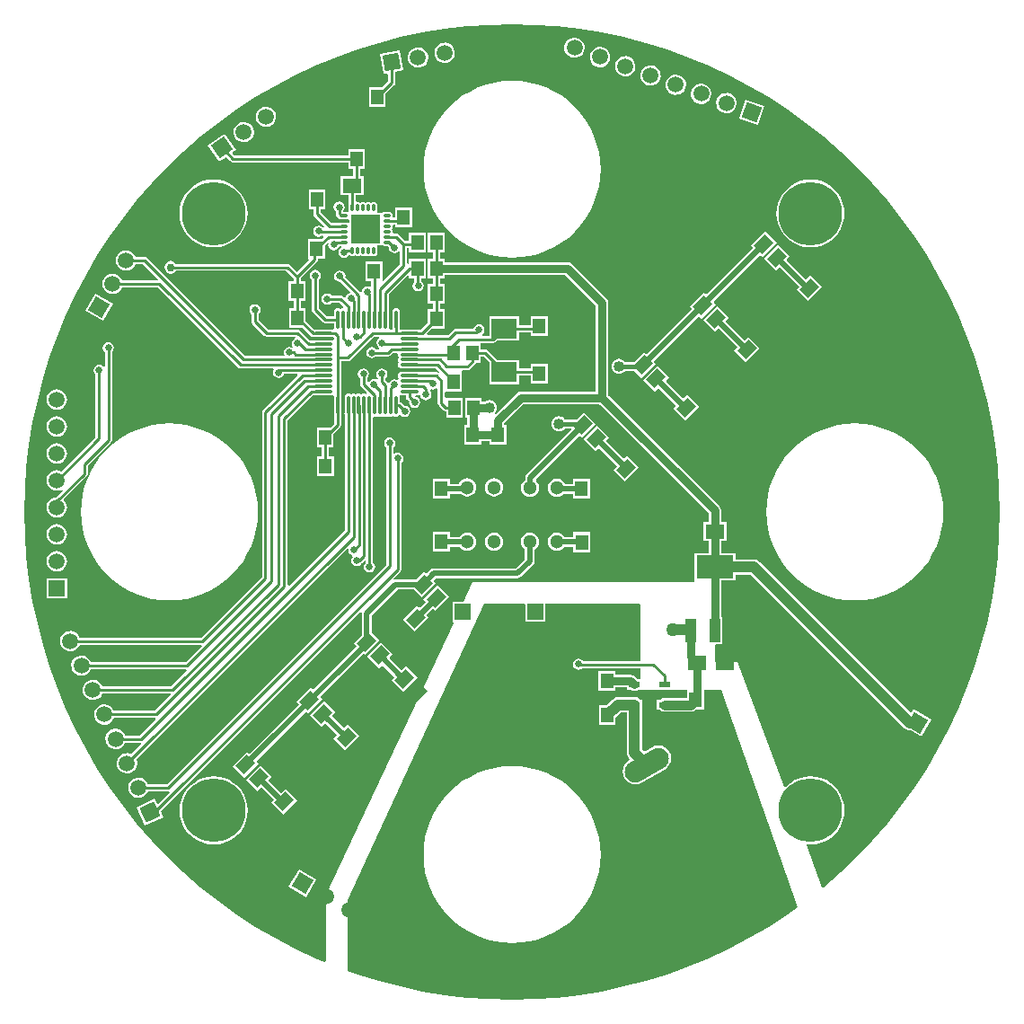
<source format=gbl>
G04 Layer_Physical_Order=2*
G04 Layer_Color=16711680*
%FSLAX25Y25*%
%MOIN*%
G70*
G01*
G75*
G04:AMPARAMS|DCode=10|XSize=45.67mil|YSize=57.87mil|CornerRadius=0mil|HoleSize=0mil|Usage=FLASHONLY|Rotation=315.000|XOffset=0mil|YOffset=0mil|HoleType=Round|Shape=Rectangle|*
%AMROTATEDRECTD10*
4,1,4,-0.03661,-0.00432,0.00432,0.03661,0.03661,0.00432,-0.00432,-0.03661,-0.03661,-0.00432,0.0*
%
%ADD10ROTATEDRECTD10*%

%ADD11R,0.04567X0.05787*%
%ADD12C,0.01500*%
%ADD13C,0.02000*%
%ADD14C,0.03000*%
%ADD15C,0.01000*%
%ADD16C,0.04000*%
%ADD17C,0.05118*%
%ADD18C,0.23622*%
%ADD19C,0.05906*%
%ADD20R,0.05906X0.05906*%
G04:AMPARAMS|DCode=21|XSize=177.16mil|YSize=78.74mil|CornerRadius=0mil|HoleSize=0mil|Usage=FLASHONLY|Rotation=300.000|XOffset=0mil|YOffset=0mil|HoleType=Round|Shape=Round|*
%AMOVALD21*
21,1,0.09843,0.07874,0.00000,0.00000,300.0*
1,1,0.07874,-0.02461,0.04262*
1,1,0.07874,0.02461,-0.04262*
%
%ADD21OVALD21*%

G04:AMPARAMS|DCode=22|XSize=177.16mil|YSize=78.74mil|CornerRadius=0mil|HoleSize=0mil|Usage=FLASHONLY|Rotation=210.000|XOffset=0mil|YOffset=0mil|HoleType=Round|Shape=Round|*
%AMOVALD22*
21,1,0.09843,0.07874,0.00000,0.00000,210.0*
1,1,0.07874,0.04262,0.02461*
1,1,0.07874,-0.04262,-0.02461*
%
%ADD22OVALD22*%

%ADD23P,0.08352X4X285.0*%
%ADD24P,0.08352X4X195.0*%
%ADD25P,0.08352X4X160.0*%
%ADD26R,0.05906X0.05906*%
%ADD27P,0.08352X4X80.0*%
%ADD28P,0.08352X4X55.0*%
%ADD29P,0.08352X4X205.0*%
%ADD30C,0.02700*%
%ADD31C,0.04000*%
%ADD32C,0.02500*%
%ADD33C,0.05000*%
%ADD34C,0.03000*%
%ADD35R,0.07087X0.05315*%
%ADD36R,0.09449X0.07480*%
%ADD37R,0.04331X0.02362*%
%ADD38R,0.13780X0.08661*%
%ADD39R,0.03937X0.08661*%
%ADD40O,0.07087X0.01102*%
%ADD41O,0.01102X0.07087*%
%ADD42O,0.01102X0.02756*%
%ADD43O,0.02756X0.01102*%
%ADD44R,0.10551X0.10551*%
%ADD45C,0.03500*%
G36*
X119098Y291591D02*
X127439Y291012D01*
X135744Y290049D01*
X143995Y288703D01*
X152176Y286977D01*
X160268Y284875D01*
X168254Y282402D01*
X176118Y279563D01*
X183842Y276363D01*
X191410Y272811D01*
X198806Y268912D01*
X206014Y264676D01*
X213019Y260112D01*
X219806Y255229D01*
X226360Y250038D01*
X232666Y244549D01*
X238713Y238776D01*
X244487Y232729D01*
X249975Y226422D01*
X255166Y219868D01*
X260049Y213082D01*
X264614Y206077D01*
X268850Y198869D01*
X272748Y191473D01*
X276301Y183905D01*
X279500Y176181D01*
X282340Y168317D01*
X284813Y160330D01*
X286914Y152238D01*
X288640Y144058D01*
X289986Y135806D01*
X290950Y127501D01*
X291529Y119161D01*
X291722Y110802D01*
X291529Y102444D01*
X290950Y94103D01*
X289986Y85799D01*
X288640Y77547D01*
X286914Y69367D01*
X284813Y61274D01*
X282340Y53288D01*
X279500Y45424D01*
X276301Y37700D01*
X272748Y30132D01*
X268850Y22736D01*
X264614Y15528D01*
X260049Y8523D01*
X255166Y1736D01*
X249975Y-4817D01*
X244487Y-11124D01*
X238713Y-17171D01*
X232666Y-22945D01*
X226360Y-28433D01*
X226196Y-28562D01*
X225715Y-28429D01*
X219899Y-12947D01*
X220200Y-12548D01*
X221500Y-12650D01*
X223479Y-12494D01*
X225409Y-12031D01*
X227243Y-11271D01*
X228936Y-10234D01*
X230445Y-8945D01*
X231734Y-7435D01*
X232771Y-5743D01*
X233531Y-3909D01*
X233994Y-1979D01*
X234150Y0D01*
X233994Y1979D01*
X233531Y3909D01*
X232771Y5743D01*
X231734Y7435D01*
X230445Y8945D01*
X228936Y10234D01*
X227243Y11271D01*
X225409Y12031D01*
X223479Y12494D01*
X221500Y12650D01*
X219521Y12494D01*
X217591Y12031D01*
X215757Y11271D01*
X214065Y10234D01*
X212555Y8945D01*
X212264Y8604D01*
X211771Y8690D01*
X194300Y55200D01*
X186141D01*
X186100Y55300D01*
X186059Y61304D01*
X186412Y61658D01*
X188868D01*
Y71920D01*
X188445D01*
Y85280D01*
X193790D01*
Y87587D01*
X199319D01*
X256403Y30503D01*
X256988Y30054D01*
X257669Y29772D01*
X258400Y29676D01*
X258586D01*
X262574Y27374D01*
X266326Y33874D01*
X259826Y37626D01*
X259095Y36360D01*
X258599Y36294D01*
X202486Y92408D01*
X201901Y92857D01*
X201220Y93139D01*
X200489Y93235D01*
X193790D01*
Y95542D01*
X188445D01*
Y100143D01*
X190301D01*
Y107057D01*
X188303D01*
Y111343D01*
X188124Y112240D01*
X187616Y113001D01*
X146445Y154171D01*
Y188400D01*
X146267Y189297D01*
X145758Y190058D01*
X132958Y202858D01*
X132197Y203367D01*
X131300Y203545D01*
X85687D01*
Y204894D01*
X83929D01*
Y207106D01*
X85687D01*
Y214494D01*
X79520D01*
Y207106D01*
X81279D01*
Y204894D01*
X79520D01*
Y197506D01*
X81279D01*
Y195494D01*
X79513D01*
Y188106D01*
X81279D01*
Y186094D01*
X79513D01*
Y181191D01*
X76774Y178452D01*
X75999D01*
X75737Y178504D01*
X69753D01*
X69490Y178452D01*
X68952D01*
Y178990D01*
X69004Y179253D01*
Y185237D01*
X68900Y185764D01*
X68601Y186211D01*
X68154Y186510D01*
X67627Y186615D01*
X67100Y186510D01*
X66653Y186211D01*
X66354Y185764D01*
X66249Y185237D01*
Y179253D01*
X66301Y178990D01*
Y178452D01*
X65336D01*
X65008Y178952D01*
X65067Y179253D01*
Y185237D01*
X65015Y185499D01*
Y191641D01*
X72051Y198676D01*
X72513Y198485D01*
Y197506D01*
X74271D01*
Y195951D01*
X73969Y195500D01*
X73810Y194700D01*
X73969Y193900D01*
X74422Y193222D01*
X75100Y192769D01*
X75900Y192610D01*
X76700Y192769D01*
X77378Y193222D01*
X77831Y193900D01*
X77990Y194700D01*
X77831Y195500D01*
X77378Y196178D01*
X76921Y196483D01*
Y197506D01*
X78680D01*
Y204894D01*
X72513D01*
Y202920D01*
X72325Y202811D01*
X71825Y203098D01*
Y208774D01*
X72513D01*
Y207106D01*
X78680D01*
Y214494D01*
X72513D01*
Y211425D01*
X71049D01*
X68690Y213785D01*
X68260Y214072D01*
X67753Y214173D01*
X66852D01*
X66450Y214673D01*
X66478Y214816D01*
X66374Y215343D01*
X66343Y215388D01*
X66081Y215800D01*
X66343Y216212D01*
X66374Y216257D01*
X66478Y216784D01*
X66450Y216927D01*
X66852Y217427D01*
X67413D01*
Y216506D01*
X73580D01*
Y223894D01*
X67413D01*
Y220078D01*
X66852D01*
X66450Y220578D01*
X66478Y220721D01*
X66374Y221249D01*
X66075Y221695D01*
X65628Y221994D01*
X65101Y222099D01*
X63447D01*
X62920Y221994D01*
X62916Y221993D01*
X62435Y221876D01*
X62067Y221876D01*
X60859D01*
X60675Y222220D01*
X60637Y222376D01*
X60730Y222847D01*
Y224501D01*
X60625Y225028D01*
X60327Y225475D01*
X59880Y225774D01*
X59353Y225878D01*
X58825Y225774D01*
X58379Y225475D01*
X58358D01*
X57911Y225774D01*
X57384Y225878D01*
X56857Y225774D01*
X56410Y225475D01*
X56390D01*
X55943Y225774D01*
X55416Y225878D01*
X54888Y225774D01*
X54442Y225475D01*
X54421D01*
X53974Y225774D01*
X53447Y225878D01*
X53304Y225850D01*
X52804Y226252D01*
Y228443D01*
X55786D01*
Y235357D01*
X54422D01*
Y238206D01*
X56179D01*
Y245594D01*
X50013D01*
Y243226D01*
X7649D01*
X7072Y243802D01*
X7116Y244301D01*
X8227Y245078D01*
X3922Y251227D01*
X-2227Y246922D01*
X2078Y240773D01*
X4592Y242533D01*
X6163Y240963D01*
X6593Y240675D01*
X7100Y240575D01*
X50013D01*
Y238206D01*
X51771D01*
Y235357D01*
X47099D01*
Y228443D01*
X50153D01*
Y224763D01*
X50101Y224501D01*
Y222847D01*
X50193Y222386D01*
X50025Y222175D01*
X49814Y222007D01*
X49353Y222099D01*
X48426D01*
X48196Y222599D01*
X48531Y223100D01*
X48690Y223900D01*
X48531Y224700D01*
X48078Y225378D01*
X47400Y225831D01*
X46600Y225990D01*
X45800Y225831D01*
X45122Y225378D01*
X44669Y224700D01*
X44510Y223900D01*
X44669Y223100D01*
X45122Y222422D01*
X45274Y222320D01*
Y221400D01*
X45375Y220893D01*
X45663Y220463D01*
X46341Y219784D01*
X46771Y219497D01*
X47279Y219396D01*
X47437D01*
X47699Y219344D01*
X49353D01*
X49824Y219437D01*
X49979Y219399D01*
X50324Y219215D01*
Y218290D01*
X49979Y218106D01*
X49824Y218068D01*
X49353Y218162D01*
X47699D01*
X47437Y218110D01*
X43465D01*
X39629Y221945D01*
Y223106D01*
X41387D01*
Y230494D01*
X35221D01*
Y223106D01*
X36979D01*
Y221396D01*
X37079Y220889D01*
X37367Y220459D01*
X40961Y216865D01*
X40767Y216351D01*
X40571Y216338D01*
X40478Y216478D01*
X39800Y216931D01*
X39000Y217090D01*
X38200Y216931D01*
X37522Y216478D01*
X37069Y215800D01*
X36910Y215000D01*
X37069Y214200D01*
X37522Y213522D01*
X38200Y213069D01*
X39000Y212910D01*
X39800Y213069D01*
X40205Y213339D01*
X40411Y213288D01*
X40565Y212735D01*
X40023Y212194D01*
X35120D01*
Y204806D01*
X35179D01*
X35370Y204344D01*
X30904Y199878D01*
X28245Y202537D01*
X27815Y202825D01*
X27308Y202925D01*
X-14019D01*
X-14242Y203258D01*
X-15003Y203767D01*
X-15900Y203945D01*
X-16797Y203767D01*
X-17558Y203258D01*
X-18067Y202497D01*
X-18245Y201600D01*
X-18067Y200703D01*
X-17558Y199942D01*
X-16797Y199433D01*
X-15900Y199255D01*
X-15003Y199433D01*
X-14242Y199942D01*
X-14019Y200274D01*
X26759D01*
X29579Y197455D01*
Y196394D01*
X27821D01*
Y189006D01*
X29779D01*
Y186594D01*
X28021D01*
Y179206D01*
X32923D01*
X35940Y176189D01*
X36370Y175902D01*
X36877Y175801D01*
X37601D01*
X37863Y175749D01*
X43847D01*
X44110Y175801D01*
X44383D01*
X44648Y175537D01*
Y174836D01*
X44148Y174508D01*
X43847Y174567D01*
X37863D01*
X37601Y174515D01*
X35759D01*
X32137Y178137D01*
X31707Y178425D01*
X31200Y178525D01*
X20149D01*
X16625Y182049D01*
Y184220D01*
X16778Y184322D01*
X17231Y185000D01*
X17390Y185800D01*
X17231Y186600D01*
X16778Y187278D01*
X16100Y187731D01*
X15300Y187890D01*
X14500Y187731D01*
X13822Y187278D01*
X13369Y186600D01*
X13210Y185800D01*
X13369Y185000D01*
X13822Y184322D01*
X13974Y184220D01*
Y181500D01*
X14075Y180993D01*
X14363Y180563D01*
X18663Y176263D01*
X19093Y175975D01*
X19600Y175874D01*
X30198D01*
X30297Y175740D01*
X30298Y175630D01*
X30135Y175120D01*
X29622Y174778D01*
X29169Y174100D01*
X29010Y173300D01*
X29169Y172500D01*
X29347Y172234D01*
X28986Y171873D01*
X28900Y171931D01*
X28100Y172090D01*
X27300Y171931D01*
X26622Y171478D01*
X26169Y170800D01*
X26010Y170000D01*
X26169Y169200D01*
X26269Y169051D01*
X26033Y168610D01*
X11665D01*
X-24783Y205058D01*
X-25213Y205345D01*
X-25721Y205446D01*
X-28987D01*
X-29222Y206013D01*
X-29823Y206797D01*
X-30607Y207399D01*
X-31520Y207777D01*
X-32500Y207906D01*
X-33480Y207777D01*
X-34393Y207399D01*
X-35177Y206797D01*
X-35778Y206013D01*
X-36156Y205100D01*
X-36285Y204120D01*
X-36156Y203141D01*
X-35778Y202228D01*
X-35177Y201444D01*
X-34393Y200842D01*
X-33480Y200464D01*
X-32500Y200335D01*
X-31520Y200464D01*
X-30607Y200842D01*
X-29823Y201444D01*
X-29222Y202228D01*
X-28987Y202795D01*
X-26270D01*
X-20722Y197248D01*
X-20913Y196786D01*
X-33987D01*
X-34222Y197353D01*
X-34824Y198137D01*
X-35607Y198738D01*
X-36520Y199116D01*
X-37500Y199245D01*
X-38480Y199116D01*
X-39393Y198738D01*
X-40176Y198137D01*
X-40778Y197353D01*
X-41156Y196440D01*
X-41285Y195460D01*
X-41156Y194481D01*
X-40778Y193568D01*
X-40176Y192784D01*
X-39393Y192182D01*
X-38480Y191804D01*
X-37500Y191675D01*
X-36520Y191804D01*
X-35607Y192182D01*
X-34824Y192784D01*
X-34222Y193568D01*
X-33987Y194135D01*
X-20709D01*
X9047Y164378D01*
X9477Y164091D01*
X9984Y163990D01*
X22033D01*
X22269Y163549D01*
X22169Y163400D01*
X22010Y162600D01*
X22169Y161800D01*
X22622Y161122D01*
X23300Y160669D01*
X24100Y160510D01*
X24900Y160669D01*
X25578Y161122D01*
X26031Y161800D01*
X26075Y162022D01*
X30994D01*
X31185Y161560D01*
X18263Y148637D01*
X17975Y148207D01*
X17875Y147700D01*
Y86749D01*
X-4707Y64167D01*
X-49766D01*
X-49853Y64441D01*
X-50384Y65275D01*
X-51112Y65942D01*
X-51989Y66398D01*
X-52953Y66612D01*
X-53941Y66569D01*
X-54883Y66272D01*
X-55716Y65741D01*
X-56384Y65013D01*
X-56840Y64136D01*
X-57054Y63171D01*
X-57011Y62184D01*
X-56714Y61242D01*
X-56183Y60409D01*
X-55454Y59741D01*
X-54578Y59285D01*
X-53613Y59071D01*
X-52626Y59114D01*
X-51684Y59411D01*
X-50850Y59942D01*
X-50183Y60671D01*
X-49742Y61516D01*
X-4665D01*
X-4458Y61016D01*
X-10371Y55104D01*
X-45540D01*
X-45627Y55378D01*
X-46158Y56212D01*
X-46886Y56879D01*
X-47763Y57335D01*
X-48727Y57549D01*
X-49714Y57506D01*
X-50657Y57209D01*
X-51490Y56678D01*
X-52158Y55949D01*
X-52614Y55073D01*
X-52828Y54108D01*
X-52785Y53121D01*
X-52488Y52179D01*
X-51957Y51345D01*
X-51228Y50678D01*
X-50352Y50222D01*
X-49387Y50008D01*
X-48400Y50051D01*
X-47457Y50348D01*
X-46624Y50879D01*
X-45957Y51607D01*
X-45516Y52453D01*
X-10129D01*
X-9922Y51953D01*
X-15834Y46041D01*
X-41314D01*
X-41400Y46315D01*
X-41931Y47148D01*
X-42660Y47816D01*
X-43536Y48272D01*
X-44501Y48486D01*
X-45488Y48443D01*
X-46431Y48146D01*
X-47264Y47615D01*
X-47932Y46887D01*
X-48388Y46010D01*
X-48602Y45045D01*
X-48559Y44058D01*
X-48261Y43116D01*
X-47730Y42282D01*
X-47002Y41615D01*
X-46126Y41159D01*
X-45161Y40945D01*
X-44174Y40988D01*
X-43231Y41285D01*
X-42398Y41816D01*
X-41730Y42544D01*
X-41290Y43390D01*
X-16038D01*
X-15846Y42928D01*
X-21797Y36978D01*
X-37088D01*
X-37174Y37252D01*
X-37705Y38085D01*
X-38434Y38753D01*
X-39310Y39209D01*
X-40275Y39423D01*
X-41262Y39380D01*
X-42204Y39083D01*
X-43038Y38552D01*
X-43705Y37823D01*
X-44162Y36947D01*
X-44376Y35982D01*
X-44332Y34995D01*
X-44035Y34053D01*
X-43504Y33219D01*
X-42776Y32552D01*
X-41899Y32096D01*
X-40935Y31882D01*
X-39947Y31925D01*
X-39005Y32222D01*
X-38172Y32753D01*
X-37504Y33481D01*
X-37064Y34327D01*
X-21755D01*
X-21548Y33827D01*
X-27460Y27915D01*
X-32862D01*
X-32948Y28189D01*
X-33479Y29022D01*
X-34207Y29690D01*
X-35084Y30146D01*
X-36049Y30360D01*
X-37036Y30317D01*
X-37978Y30020D01*
X-38812Y29489D01*
X-39479Y28760D01*
X-39935Y27884D01*
X-40149Y26919D01*
X-40106Y25932D01*
X-39809Y24990D01*
X-39278Y24156D01*
X-38550Y23489D01*
X-37673Y23032D01*
X-36708Y22818D01*
X-35721Y22862D01*
X-34779Y23159D01*
X-33946Y23690D01*
X-33278Y24418D01*
X-32838Y25264D01*
X-26996D01*
X-26852Y25059D01*
X-26771Y24782D01*
X-30603Y20950D01*
X-30858Y21083D01*
X-31822Y21297D01*
X-32810Y21254D01*
X-33752Y20957D01*
X-34585Y20426D01*
X-35253Y19697D01*
X-35709Y18821D01*
X-35923Y17856D01*
X-35880Y16869D01*
X-35583Y15926D01*
X-35052Y15093D01*
X-34323Y14426D01*
X-33447Y13969D01*
X-32482Y13755D01*
X-31495Y13799D01*
X-30553Y14096D01*
X-29719Y14627D01*
X-29052Y15355D01*
X-28596Y16232D01*
X-28382Y17196D01*
X-28425Y18183D01*
X-28711Y19093D01*
X49650Y97454D01*
X50111Y97208D01*
X50010Y96700D01*
X50169Y95900D01*
X50622Y95222D01*
X51300Y94769D01*
X51421Y94745D01*
X51511Y94536D01*
X51573Y94205D01*
X51169Y93600D01*
X51010Y92800D01*
X51169Y92000D01*
X51622Y91322D01*
X52300Y90869D01*
X53100Y90710D01*
X53900Y90869D01*
X54578Y91322D01*
X54860Y91745D01*
X55037Y91863D01*
X55997Y92822D01*
X56459Y92631D01*
Y91996D01*
X56306Y91894D01*
X55853Y91216D01*
X55694Y90416D01*
X55853Y89616D01*
X56306Y88938D01*
X56984Y88485D01*
X57784Y88326D01*
X58584Y88485D01*
X59262Y88938D01*
X59715Y89616D01*
X59874Y90416D01*
X59715Y91216D01*
X59262Y91894D01*
X59110Y91996D01*
Y145612D01*
X59610Y146014D01*
X59753Y145985D01*
X60280Y146090D01*
X60727Y146389D01*
X60747D01*
X61194Y146090D01*
X61721Y145985D01*
X62248Y146090D01*
X62695Y146389D01*
X62716D01*
X63163Y146090D01*
X63690Y145985D01*
X64217Y146090D01*
X64664Y146389D01*
X64684D01*
X65131Y146090D01*
X65658Y145985D01*
X66185Y146090D01*
X66632Y146389D01*
X66653D01*
X67100Y146090D01*
X67627Y145985D01*
X68154Y146090D01*
X68601Y146389D01*
X68822Y146720D01*
X69365Y146808D01*
X69422Y146722D01*
X70100Y146269D01*
X70900Y146110D01*
X71700Y146269D01*
X72378Y146722D01*
X72831Y147400D01*
X72990Y148200D01*
X72831Y149000D01*
X72378Y149678D01*
X71700Y150131D01*
X70900Y150290D01*
X70720Y150254D01*
X69682Y151292D01*
X69252Y151580D01*
X69004Y151629D01*
Y153347D01*
X68913Y153808D01*
X69081Y154019D01*
X69292Y154187D01*
X69753Y154096D01*
X71419D01*
Y153355D01*
X71520Y152848D01*
X71808Y152418D01*
X72546Y151680D01*
X72510Y151500D01*
X72669Y150700D01*
X73122Y150022D01*
X73800Y149569D01*
X74600Y149410D01*
X75400Y149569D01*
X76078Y150022D01*
X76531Y150700D01*
X76690Y151500D01*
X76531Y152300D01*
X76078Y152978D01*
X75400Y153431D01*
X74894Y153532D01*
X74854Y153596D01*
X75132Y154096D01*
X75737D01*
X76125Y154173D01*
X76545Y153994D01*
X76692Y153885D01*
X76769Y153500D01*
X77222Y152822D01*
X77900Y152369D01*
X78700Y152210D01*
X79500Y152369D01*
X80178Y152822D01*
X80631Y153500D01*
X80790Y154300D01*
X80631Y155100D01*
X80262Y155653D01*
X80283Y155970D01*
X80719Y156325D01*
X81300Y156210D01*
X82100Y156369D01*
X82674Y156753D01*
X83175Y156584D01*
Y151200D01*
X83275Y150693D01*
X83563Y150263D01*
X85263Y148563D01*
X85693Y148275D01*
X86200Y148175D01*
X86213D01*
Y145806D01*
X92379D01*
Y153194D01*
X86213D01*
X85826Y153466D01*
Y155084D01*
X86013Y155506D01*
X92180D01*
Y162894D01*
X92180D01*
X92226Y163374D01*
X94200D01*
X94707Y163475D01*
X95137Y163763D01*
X96941Y165567D01*
X97228Y165997D01*
X97270Y166206D01*
X99087D01*
Y168575D01*
X100080D01*
X102276Y166379D01*
Y158189D01*
X113324D01*
Y161404D01*
X117713D01*
Y158306D01*
X123880D01*
Y165694D01*
X117713D01*
Y164055D01*
X113324D01*
Y167269D01*
X105134D01*
X101566Y170837D01*
X101136Y171125D01*
X100629Y171226D01*
X99087D01*
Y173574D01*
X103829D01*
X104336Y173675D01*
X104766Y173963D01*
X105134Y174331D01*
X113324D01*
Y177545D01*
X117713D01*
Y176006D01*
X123880D01*
Y183394D01*
X117713D01*
Y180196D01*
X113324D01*
Y183411D01*
X102276D01*
Y176225D01*
X99735D01*
X99584Y176725D01*
X99878Y176922D01*
X100331Y177600D01*
X100490Y178400D01*
X100331Y179200D01*
X99878Y179878D01*
X99200Y180331D01*
X98400Y180490D01*
X97600Y180331D01*
X96922Y179878D01*
X96469Y179200D01*
X96355Y178626D01*
X89600D01*
X89093Y178525D01*
X88663Y178237D01*
X86909Y176484D01*
X79208D01*
X79016Y176946D01*
X80777Y178706D01*
X85680D01*
Y186094D01*
X83929D01*
Y188106D01*
X85680D01*
Y195494D01*
X83929D01*
Y197506D01*
X85687D01*
Y198855D01*
X130329D01*
X141755Y187429D01*
Y155545D01*
X114000D01*
X113103Y155367D01*
X112342Y154858D01*
X104731Y147248D01*
X104355Y147578D01*
X104746Y148088D01*
X105028Y148769D01*
X105124Y149500D01*
X105028Y150231D01*
X104746Y150912D01*
X104297Y151497D01*
X103712Y151946D01*
X103031Y152228D01*
X102300Y152324D01*
X101569Y152228D01*
X100888Y151946D01*
X100757Y151845D01*
X99387D01*
Y153194D01*
X93221D01*
Y145806D01*
X93959D01*
Y143094D01*
X93120D01*
Y135706D01*
X99287D01*
Y137155D01*
X102413D01*
Y135806D01*
X108580D01*
Y143194D01*
X107841D01*
Y143725D01*
X114971Y150855D01*
X143129D01*
X183612Y110371D01*
Y107057D01*
X181614D01*
Y100143D01*
X183755D01*
Y95542D01*
X178410D01*
Y85280D01*
X178410Y85280D01*
X178410D01*
X178363Y84800D01*
X96200D01*
X92741Y77453D01*
X88647D01*
Y69947D01*
X88741D01*
X89009Y69525D01*
X41600Y-31175D01*
Y-55950D01*
X41184Y-56228D01*
X37637Y-54759D01*
X30069Y-51206D01*
X22673Y-47307D01*
X15465Y-43071D01*
X8460Y-38507D01*
X1674Y-33624D01*
X-4880Y-28433D01*
X-11187Y-22945D01*
X-17234Y-17171D01*
X-23007Y-11124D01*
X-28496Y-4817D01*
X-33687Y1736D01*
X-38570Y8523D01*
X-43134Y15528D01*
X-47370Y22736D01*
X-51269Y30132D01*
X-54821Y37700D01*
X-58021Y45424D01*
X-60860Y53288D01*
X-63333Y61274D01*
X-65435Y69367D01*
X-67160Y77547D01*
X-68506Y85799D01*
X-69470Y94103D01*
X-70049Y102444D01*
X-70242Y110802D01*
X-70049Y119161D01*
X-69470Y127501D01*
X-68506Y135806D01*
X-67160Y144058D01*
X-65435Y152238D01*
X-63333Y160330D01*
X-60860Y168317D01*
X-58021Y176181D01*
X-54821Y183905D01*
X-51269Y191473D01*
X-47370Y198869D01*
X-43134Y206077D01*
X-38570Y213082D01*
X-33687Y219868D01*
X-28496Y226422D01*
X-23007Y232729D01*
X-17234Y238776D01*
X-11187Y244549D01*
X-4880Y250038D01*
X1674Y255229D01*
X8460Y260112D01*
X15465Y264676D01*
X22673Y268912D01*
X30069Y272811D01*
X37637Y276363D01*
X45362Y279563D01*
X53225Y282402D01*
X61212Y284875D01*
X69304Y286977D01*
X77485Y288703D01*
X85736Y290049D01*
X94041Y291012D01*
X102381Y291591D01*
X110740Y291784D01*
X119098Y291591D01*
D02*
G37*
G36*
X158300Y76346D02*
Y55525D01*
X137047D01*
X136878Y55778D01*
X136200Y56231D01*
X135400Y56390D01*
X134600Y56231D01*
X133922Y55778D01*
X133469Y55100D01*
X133310Y54300D01*
X133469Y53500D01*
X133922Y52822D01*
X134600Y52369D01*
X135400Y52210D01*
X136200Y52369D01*
X136878Y52822D01*
X136913Y52874D01*
X158300D01*
Y48721D01*
X157524D01*
X156487Y49758D01*
X155726Y50267D01*
X154828Y50445D01*
X148987D01*
Y51794D01*
X142821D01*
Y44406D01*
X148987D01*
Y45755D01*
X153223D01*
Y44759D01*
X155013D01*
X155291Y44574D01*
X156188Y44395D01*
X157086Y44574D01*
X157363Y44759D01*
X159153D01*
Y44900D01*
X164246D01*
Y44759D01*
X170177D01*
Y44900D01*
X175298D01*
X175713Y44694D01*
Y41860D01*
X167212D01*
X166217Y41662D01*
X165587Y41241D01*
X164246D01*
Y37279D01*
X165587D01*
X166217Y36858D01*
X167212Y36660D01*
X177056D01*
X178051Y36858D01*
X178722Y37306D01*
X181879D01*
Y44694D01*
X182294Y44900D01*
X188239D01*
X216614Y-35921D01*
X213019Y-38507D01*
X206014Y-43071D01*
X198806Y-47307D01*
X191410Y-51206D01*
X183842Y-54759D01*
X176118Y-57958D01*
X168254Y-60798D01*
X160268Y-63271D01*
X152176Y-65372D01*
X143995Y-67098D01*
X135744Y-68444D01*
X127439Y-69407D01*
X119098Y-69986D01*
X110740Y-70179D01*
X102381Y-69986D01*
X94041Y-69407D01*
X85736Y-68444D01*
X77485Y-67098D01*
X69304Y-65372D01*
X61212Y-63271D01*
X53225Y-60798D01*
X49800Y-59561D01*
X49800Y-33177D01*
X100516Y76700D01*
X115294D01*
X115647Y76346D01*
Y69947D01*
X123153D01*
Y76700D01*
X157947Y76700D01*
X158300Y76346D01*
D02*
G37*
G36*
X61506Y175301D02*
X61022Y174978D01*
X60569Y174300D01*
X60410Y173500D01*
X60569Y172700D01*
X61022Y172022D01*
X61466Y171725D01*
X61314Y171226D01*
X60280D01*
X60178Y171378D01*
X59500Y171831D01*
X58700Y171990D01*
X57900Y171831D01*
X57222Y171378D01*
X56769Y170700D01*
X56610Y169900D01*
X56769Y169100D01*
X57222Y168422D01*
X57900Y167969D01*
X58700Y167810D01*
X59500Y167969D01*
X60178Y168422D01*
X60280Y168575D01*
X64700D01*
X65207Y168675D01*
X65637Y168963D01*
X66570Y169896D01*
X68002D01*
X68404Y169396D01*
X68375Y169253D01*
X68480Y168726D01*
X68779Y168279D01*
Y168258D01*
X68480Y167811D01*
X68375Y167284D01*
X68480Y166757D01*
X68779Y166310D01*
Y166290D01*
X68480Y165843D01*
X68375Y165316D01*
X68480Y164788D01*
X68779Y164342D01*
X69226Y164043D01*
X69753Y163938D01*
X75737D01*
X75999Y163990D01*
X82431D01*
X83549Y162872D01*
X83230Y162484D01*
X83052Y162603D01*
X82545Y162704D01*
X75999D01*
X75737Y162756D01*
X69753D01*
X69226Y162652D01*
X68779Y162353D01*
X68480Y161906D01*
X68375Y161379D01*
X68480Y160852D01*
X68510Y160806D01*
X68681Y160537D01*
X68470Y160042D01*
X67995Y159868D01*
X67900Y159931D01*
X67100Y160090D01*
X66300Y159931D01*
X65622Y159478D01*
X65215Y158868D01*
X64897Y158800D01*
X64659Y158800D01*
X64627Y158847D01*
X63726Y159749D01*
Y160420D01*
X63878Y160522D01*
X64331Y161200D01*
X64490Y162000D01*
X64331Y162800D01*
X63878Y163478D01*
X63200Y163931D01*
X62400Y164090D01*
X61600Y163931D01*
X60922Y163478D01*
X60469Y162800D01*
X60310Y162000D01*
X60469Y161200D01*
X60896Y160561D01*
X60913Y160455D01*
X60880Y160222D01*
X60375Y159981D01*
X60300Y160031D01*
X59500Y160190D01*
X58700Y160031D01*
X58022Y159578D01*
X57714Y159118D01*
X57156Y158966D01*
X57075Y158979D01*
X56925Y159093D01*
Y160420D01*
X57078Y160522D01*
X57531Y161200D01*
X57690Y162000D01*
X57531Y162800D01*
X57078Y163478D01*
X56400Y163931D01*
X55600Y164090D01*
X54800Y163931D01*
X54122Y163478D01*
X53669Y162800D01*
X53510Y162000D01*
X53669Y161200D01*
X54122Y160522D01*
X54274Y160420D01*
Y158200D01*
X54375Y157693D01*
X54663Y157263D01*
X56652Y155273D01*
X56547Y154671D01*
X56383Y154593D01*
X56343Y154620D01*
X55816Y154725D01*
X55288Y154620D01*
X54842Y154321D01*
X54821D01*
X54374Y154620D01*
X53847Y154725D01*
X53320Y154620D01*
X52873Y154321D01*
X52853D01*
X52406Y154620D01*
X51879Y154725D01*
X51351Y154620D01*
X50905Y154321D01*
X50884D01*
X50437Y154620D01*
X49910Y154725D01*
X49383Y154620D01*
X48936Y154321D01*
X48638Y153874D01*
X48533Y153347D01*
Y147363D01*
X48585Y147101D01*
Y103959D01*
X28025Y83400D01*
X27525Y83607D01*
Y144751D01*
X36922Y154148D01*
X37601D01*
X37863Y154096D01*
X43847D01*
X44148Y154155D01*
X44648Y153828D01*
Y153610D01*
X44596Y153347D01*
Y147363D01*
X44648Y147101D01*
Y143518D01*
X43223Y142094D01*
X38320D01*
Y134706D01*
X40178D01*
Y131594D01*
X38421D01*
Y124206D01*
X44587D01*
Y131594D01*
X42829D01*
Y134706D01*
X44487D01*
Y139609D01*
X46911Y142032D01*
X47198Y142462D01*
X47299Y142969D01*
Y147101D01*
X47351Y147363D01*
Y153347D01*
X47299Y153610D01*
Y166674D01*
X49800D01*
X50307Y166775D01*
X50737Y167063D01*
X59476Y175801D01*
X61354D01*
X61506Y175301D01*
D02*
G37*
G36*
X42566Y210280D02*
X42510Y210000D01*
X42669Y209200D01*
X43122Y208522D01*
X43800Y208069D01*
X44600Y207910D01*
X45400Y208069D01*
X46078Y208522D01*
X46531Y209200D01*
X46601Y209553D01*
X47355D01*
X47447Y209353D01*
X47462Y209038D01*
X46922Y208678D01*
X46469Y208000D01*
X46310Y207200D01*
X46469Y206400D01*
X46922Y205722D01*
X47600Y205269D01*
X48400Y205110D01*
X49200Y205269D01*
X49878Y205722D01*
X50147Y206125D01*
X50505D01*
X50951Y205826D01*
X51479Y205722D01*
X52006Y205826D01*
X52453Y206125D01*
X52473D01*
X52920Y205826D01*
X53447Y205722D01*
X53974Y205826D01*
X54421Y206125D01*
X54442D01*
X54888Y205826D01*
X55416Y205722D01*
X55943Y205826D01*
X56390Y206125D01*
X56410D01*
X56857Y205826D01*
X57384Y205722D01*
X57911Y205826D01*
X58358Y206125D01*
X58379D01*
X58825Y205826D01*
X59353Y205722D01*
X59880Y205826D01*
X60327Y206125D01*
X60625Y206572D01*
X60730Y207099D01*
Y208753D01*
X60637Y209224D01*
X60675Y209380D01*
X60859Y209724D01*
X62067D01*
X62435Y209724D01*
X62916Y209607D01*
X62920Y209606D01*
X63447Y209501D01*
X64624D01*
X65046Y209080D01*
X65010Y208900D01*
X65169Y208100D01*
X65622Y207422D01*
X66300Y206969D01*
X67100Y206810D01*
X67900Y206969D01*
X68578Y207422D01*
X68674Y207566D01*
X69174Y207415D01*
Y202649D01*
X63087Y196562D01*
X62587Y196769D01*
Y203894D01*
X56420D01*
Y196506D01*
X58427D01*
Y194609D01*
X57986Y194373D01*
X57900Y194431D01*
X57100Y194590D01*
X56300Y194431D01*
X55622Y193978D01*
X55169Y193300D01*
X55038Y192643D01*
X54639Y192459D01*
X54528Y192446D01*
X48854Y198120D01*
X48890Y198300D01*
X48731Y199100D01*
X48278Y199778D01*
X47600Y200231D01*
X46800Y200390D01*
X46000Y200231D01*
X45322Y199778D01*
X44869Y199100D01*
X44710Y198300D01*
X44869Y197500D01*
X45322Y196822D01*
X46000Y196369D01*
X46800Y196210D01*
X46980Y196246D01*
X50671Y192554D01*
X50507Y192012D01*
X50100Y191931D01*
X49422Y191478D01*
X48969Y190800D01*
X48924Y190574D01*
X48446Y190429D01*
X48137Y190737D01*
X47707Y191025D01*
X47200Y191126D01*
X43680D01*
X43578Y191278D01*
X42900Y191731D01*
X42100Y191890D01*
X41300Y191731D01*
X40622Y191278D01*
X40169Y190600D01*
X40010Y189800D01*
X40169Y189000D01*
X40622Y188322D01*
X41300Y187869D01*
X42100Y187710D01*
X42900Y187869D01*
X43578Y188322D01*
X43680Y188475D01*
X46651D01*
X48024Y187102D01*
X47993Y186921D01*
X47827Y186592D01*
X47414Y186510D01*
X46968Y186211D01*
X46947D01*
X46500Y186510D01*
X45973Y186615D01*
X45446Y186510D01*
X44999Y186211D01*
X44701Y185764D01*
X44596Y185237D01*
Y183570D01*
X41804D01*
X39026Y186349D01*
Y197020D01*
X39178Y197122D01*
X39631Y197800D01*
X39790Y198600D01*
X39631Y199400D01*
X39178Y200078D01*
X38500Y200531D01*
X37700Y200690D01*
X36900Y200531D01*
X36222Y200078D01*
X35769Y199400D01*
X35610Y198600D01*
X35769Y197800D01*
X36222Y197122D01*
X36375Y197020D01*
Y185800D01*
X36475Y185293D01*
X36763Y184863D01*
X40318Y181308D01*
X40748Y181020D01*
X41255Y180919D01*
X44596D01*
Y179253D01*
X44655Y178952D01*
X44328Y178452D01*
X44110D01*
X43847Y178504D01*
X37863D01*
X37601Y178452D01*
X37426D01*
X34187Y181691D01*
Y186594D01*
X32429D01*
Y189006D01*
X33987D01*
Y196394D01*
X32229D01*
Y197455D01*
X38437Y203663D01*
X38725Y204093D01*
X38826Y204600D01*
Y204806D01*
X41287D01*
Y209709D01*
X42105Y210526D01*
X42566Y210280D01*
D02*
G37*
%LPC*%
G36*
X139680Y103294D02*
X133513D01*
Y101535D01*
X130126D01*
X129696Y102096D01*
X128994Y102634D01*
X128177Y102973D01*
X127300Y103088D01*
X126423Y102973D01*
X125606Y102634D01*
X124904Y102096D01*
X124366Y101394D01*
X124027Y100577D01*
X123912Y99700D01*
X124027Y98823D01*
X124366Y98006D01*
X124904Y97304D01*
X125606Y96766D01*
X126423Y96427D01*
X127300Y96312D01*
X128177Y96427D01*
X128994Y96766D01*
X129696Y97304D01*
X130126Y97865D01*
X133513D01*
Y95906D01*
X139680D01*
Y103294D01*
D02*
G37*
G36*
X127400Y123188D02*
X126523Y123073D01*
X125706Y122734D01*
X125004Y122196D01*
X124466Y121494D01*
X124127Y120677D01*
X124012Y119800D01*
X124127Y118923D01*
X124466Y118106D01*
X125004Y117404D01*
X125706Y116866D01*
X126523Y116527D01*
X127400Y116412D01*
X128277Y116527D01*
X129094Y116866D01*
X129796Y117404D01*
X129842Y117465D01*
X133413D01*
Y115606D01*
X139579D01*
Y122994D01*
X133413D01*
Y121135D01*
X130483D01*
X130334Y121494D01*
X129796Y122196D01*
X129094Y122734D01*
X128277Y123073D01*
X127400Y123188D01*
D02*
G37*
G36*
X31566Y-21874D02*
X27813Y-28374D01*
X34313Y-32126D01*
X38066Y-25626D01*
X31566Y-21874D01*
D02*
G37*
G36*
X104100Y103088D02*
X103223Y102973D01*
X102406Y102634D01*
X101704Y102096D01*
X101166Y101394D01*
X100827Y100577D01*
X100712Y99700D01*
X100827Y98823D01*
X101166Y98006D01*
X101704Y97304D01*
X102406Y96766D01*
X103223Y96427D01*
X104100Y96312D01*
X104977Y96427D01*
X105794Y96766D01*
X106496Y97304D01*
X107034Y98006D01*
X107373Y98823D01*
X107488Y99700D01*
X107373Y100577D01*
X107034Y101394D01*
X106496Y102096D01*
X105794Y102634D01*
X104977Y102973D01*
X104100Y103088D01*
D02*
G37*
G36*
X-58200Y106285D02*
X-59180Y106156D01*
X-60093Y105778D01*
X-60877Y105176D01*
X-61478Y104393D01*
X-61856Y103480D01*
X-61985Y102500D01*
X-61856Y101520D01*
X-61478Y100607D01*
X-60877Y99823D01*
X-60093Y99222D01*
X-59180Y98844D01*
X-58200Y98715D01*
X-57220Y98844D01*
X-56307Y99222D01*
X-55524Y99823D01*
X-54922Y100607D01*
X-54544Y101520D01*
X-54415Y102500D01*
X-54544Y103480D01*
X-54922Y104393D01*
X-55524Y105176D01*
X-56307Y105778D01*
X-57220Y106156D01*
X-58200Y106285D01*
D02*
G37*
G36*
X110740Y16473D02*
X107521Y16314D01*
X104334Y15842D01*
X101208Y15059D01*
X98174Y13973D01*
X95261Y12595D01*
X92497Y10939D01*
X89909Y9019D01*
X87521Y6855D01*
X85357Y4468D01*
X83438Y1879D01*
X81781Y-884D01*
X80404Y-3797D01*
X79318Y-6831D01*
X78535Y-9957D01*
X78062Y-13145D01*
X77904Y-16363D01*
X78062Y-19581D01*
X78535Y-22769D01*
X79318Y-25895D01*
X80404Y-28929D01*
X81781Y-31842D01*
X83438Y-34606D01*
X85357Y-37194D01*
X87521Y-39581D01*
X89909Y-41745D01*
X92497Y-43665D01*
X95261Y-45322D01*
X98174Y-46699D01*
X101208Y-47785D01*
X104334Y-48568D01*
X107521Y-49041D01*
X110740Y-49199D01*
X113958Y-49041D01*
X117146Y-48568D01*
X120272Y-47785D01*
X123305Y-46699D01*
X126218Y-45322D01*
X128982Y-43665D01*
X131570Y-41745D01*
X133958Y-39581D01*
X136122Y-37194D01*
X138042Y-34606D01*
X139698Y-31842D01*
X141076Y-28929D01*
X142162Y-25895D01*
X142945Y-22769D01*
X143417Y-19581D01*
X143575Y-16363D01*
X143417Y-13145D01*
X142945Y-9957D01*
X142162Y-6831D01*
X141076Y-3797D01*
X139698Y-884D01*
X138042Y1879D01*
X136122Y4468D01*
X133958Y6855D01*
X131570Y9019D01*
X128982Y10939D01*
X126218Y12595D01*
X123305Y13973D01*
X120272Y15059D01*
X117146Y15842D01*
X113958Y16314D01*
X110740Y16473D01*
D02*
G37*
G36*
X-58200Y136285D02*
X-59180Y136156D01*
X-60093Y135778D01*
X-60877Y135177D01*
X-61478Y134393D01*
X-61856Y133480D01*
X-61985Y132500D01*
X-61856Y131520D01*
X-61478Y130607D01*
X-60877Y129824D01*
X-60093Y129222D01*
X-59180Y128844D01*
X-58200Y128715D01*
X-57220Y128844D01*
X-56307Y129222D01*
X-55524Y129824D01*
X-54922Y130607D01*
X-54544Y131520D01*
X-54415Y132500D01*
X-54544Y133480D01*
X-54922Y134393D01*
X-55524Y135177D01*
X-56307Y135778D01*
X-57220Y136156D01*
X-58200Y136285D01*
D02*
G37*
G36*
Y146285D02*
X-59180Y146156D01*
X-60093Y145778D01*
X-60877Y145176D01*
X-61478Y144393D01*
X-61856Y143480D01*
X-61985Y142500D01*
X-61856Y141520D01*
X-61478Y140607D01*
X-60877Y139823D01*
X-60093Y139222D01*
X-59180Y138844D01*
X-58200Y138715D01*
X-57220Y138844D01*
X-56307Y139222D01*
X-55524Y139823D01*
X-54922Y140607D01*
X-54544Y141520D01*
X-54415Y142500D01*
X-54544Y143480D01*
X-54922Y144393D01*
X-55524Y145176D01*
X-56307Y145778D01*
X-57220Y146156D01*
X-58200Y146285D01*
D02*
G37*
G36*
X142409Y142914D02*
X137186Y137691D01*
X141546Y133330D01*
X142610Y134394D01*
X143110D01*
X149644Y127860D01*
X148230Y126446D01*
X152591Y122085D01*
X157815Y127309D01*
X153454Y131670D01*
X152240Y130456D01*
X145706Y136990D01*
Y137490D01*
X146770Y138554D01*
X142409Y142914D01*
D02*
G37*
G36*
X104000Y123288D02*
X103123Y123173D01*
X102306Y122834D01*
X101604Y122296D01*
X101066Y121594D01*
X100727Y120777D01*
X100612Y119900D01*
X100727Y119023D01*
X101066Y118206D01*
X101604Y117504D01*
X102306Y116966D01*
X103123Y116627D01*
X104000Y116512D01*
X104877Y116627D01*
X105694Y116966D01*
X106396Y117504D01*
X106934Y118206D01*
X107273Y119023D01*
X107388Y119900D01*
X107273Y120777D01*
X106934Y121594D01*
X106396Y122296D01*
X105694Y122834D01*
X104877Y123173D01*
X104000Y123288D01*
D02*
G37*
G36*
X94000D02*
X93123Y123173D01*
X92306Y122834D01*
X91604Y122296D01*
X91066Y121594D01*
X90876Y121135D01*
X87587D01*
Y122994D01*
X81420D01*
Y115606D01*
X87587D01*
Y117465D01*
X91656D01*
X92306Y116966D01*
X93123Y116627D01*
X94000Y116512D01*
X94877Y116627D01*
X95694Y116966D01*
X96396Y117504D01*
X96934Y118206D01*
X97273Y119023D01*
X97388Y119900D01*
X97273Y120777D01*
X96934Y121594D01*
X96396Y122296D01*
X95694Y122834D01*
X94877Y123173D01*
X94000Y123288D01*
D02*
G37*
G36*
X87587Y103394D02*
X81420D01*
Y96006D01*
X87587D01*
Y97865D01*
X91274D01*
X91704Y97304D01*
X92406Y96766D01*
X93223Y96427D01*
X94100Y96312D01*
X94977Y96427D01*
X95794Y96766D01*
X96496Y97304D01*
X97034Y98006D01*
X97373Y98823D01*
X97488Y99700D01*
X97373Y100577D01*
X97034Y101394D01*
X96496Y102096D01*
X95794Y102634D01*
X94977Y102973D01*
X94100Y103088D01*
X93223Y102973D01*
X92406Y102634D01*
X91704Y102096D01*
X91274Y101535D01*
X87587D01*
Y103394D01*
D02*
G37*
G36*
X17209Y16815D02*
X11986Y11591D01*
X16346Y7230D01*
X17410Y8294D01*
X17910D01*
X22294Y3910D01*
X21330Y2946D01*
X25691Y-1414D01*
X30915Y3809D01*
X26554Y8170D01*
X24890Y6506D01*
X20506Y10890D01*
Y11390D01*
X21570Y12454D01*
X17209Y16815D01*
D02*
G37*
G36*
X83009Y83714D02*
X77785Y78491D01*
X78718Y77558D01*
X76542Y75382D01*
X76042D01*
X75409Y76015D01*
X70186Y70791D01*
X74546Y66430D01*
X79770Y71654D01*
X79137Y72286D01*
Y72786D01*
X81314Y74963D01*
X82146Y74130D01*
X87370Y79354D01*
X83009Y83714D01*
D02*
G37*
G36*
X62109Y62414D02*
X56885Y57191D01*
X61246Y52830D01*
X62310Y53894D01*
X62810D01*
X67144Y49560D01*
X66030Y48446D01*
X70391Y44085D01*
X75615Y49309D01*
X71254Y53670D01*
X69740Y52156D01*
X65406Y56490D01*
Y56990D01*
X66470Y58054D01*
X62109Y62414D01*
D02*
G37*
G36*
X156188Y42084D02*
X149964D01*
X149233Y41988D01*
X148552Y41706D01*
X147967Y41257D01*
X145804Y39094D01*
X143020D01*
Y31706D01*
X149187D01*
Y34490D01*
X151134Y36436D01*
X153364D01*
Y21548D01*
X153460Y20817D01*
X153742Y20136D01*
X154191Y19551D01*
X154480Y19262D01*
X154415Y18766D01*
X154149Y18613D01*
X153160Y17854D01*
X152400Y16864D01*
X151923Y15712D01*
X151760Y14475D01*
X151923Y13239D01*
X152400Y12086D01*
X153160Y11097D01*
X154149Y10338D01*
X155301Y9860D01*
X156538Y9697D01*
X157775Y9860D01*
X158927Y10338D01*
X167451Y15259D01*
X168440Y16018D01*
X169200Y17008D01*
X169677Y18160D01*
X169840Y19397D01*
X169677Y20633D01*
X169200Y21786D01*
X168440Y22775D01*
X167451Y23534D01*
X166299Y24012D01*
X165062Y24174D01*
X163825Y24012D01*
X162673Y23534D01*
X159834Y21895D01*
X159012Y22717D01*
Y37279D01*
X159153D01*
Y41241D01*
X158197D01*
X158185Y41257D01*
X157600Y41706D01*
X156919Y41988D01*
X156188Y42084D01*
D02*
G37*
G36*
X40909Y40714D02*
X35686Y35491D01*
X40046Y31130D01*
X41110Y32194D01*
X41610D01*
X45744Y28060D01*
X44430Y26746D01*
X48791Y22386D01*
X54014Y27609D01*
X49654Y31970D01*
X48340Y30656D01*
X44206Y34790D01*
Y35290D01*
X45270Y36354D01*
X40909Y40714D01*
D02*
G37*
G36*
X-16426Y143638D02*
X-19644Y143480D01*
X-22831Y143007D01*
X-25957Y142224D01*
X-28991Y141139D01*
X-31904Y139761D01*
X-34668Y138104D01*
X-37256Y136185D01*
X-39644Y134021D01*
X-41808Y131633D01*
X-43727Y129045D01*
X-45384Y126281D01*
X-46762Y123368D01*
X-47847Y120334D01*
X-48630Y117208D01*
X-49103Y114021D01*
X-49261Y110802D01*
X-49103Y107584D01*
X-48630Y104396D01*
X-47847Y101271D01*
X-46762Y98237D01*
X-45384Y95324D01*
X-43727Y92560D01*
X-41808Y89972D01*
X-39644Y87584D01*
X-37256Y85420D01*
X-34668Y83500D01*
X-31904Y81844D01*
X-28991Y80466D01*
X-25957Y79381D01*
X-22831Y78598D01*
X-19644Y78125D01*
X-16426Y77967D01*
X-13207Y78125D01*
X-10020Y78598D01*
X-6894Y79381D01*
X-3860Y80466D01*
X-947Y81844D01*
X1817Y83500D01*
X4405Y85420D01*
X6793Y87584D01*
X8957Y89972D01*
X10876Y92560D01*
X12533Y95324D01*
X13911Y98237D01*
X14996Y101271D01*
X15779Y104396D01*
X16252Y107584D01*
X16410Y110802D01*
X16252Y114021D01*
X15779Y117208D01*
X14996Y120334D01*
X13911Y123368D01*
X12533Y126281D01*
X10876Y129045D01*
X8957Y131633D01*
X6793Y134021D01*
X4405Y136185D01*
X1817Y138104D01*
X-947Y139761D01*
X-3860Y141139D01*
X-6894Y142224D01*
X-10020Y143007D01*
X-13207Y143480D01*
X-16426Y143638D01*
D02*
G37*
G36*
X0Y12650D02*
X-1979Y12494D01*
X-3909Y12031D01*
X-5743Y11271D01*
X-7435Y10234D01*
X-8945Y8945D01*
X-10234Y7435D01*
X-11271Y5743D01*
X-12031Y3909D01*
X-12494Y1979D01*
X-12650Y0D01*
X-12494Y-1979D01*
X-12031Y-3909D01*
X-11271Y-5743D01*
X-10234Y-7435D01*
X-8945Y-8945D01*
X-7435Y-10234D01*
X-5743Y-11271D01*
X-3909Y-12031D01*
X-1979Y-12494D01*
X0Y-12650D01*
X1979Y-12494D01*
X3909Y-12031D01*
X5743Y-11271D01*
X7435Y-10234D01*
X8945Y-8945D01*
X10234Y-7435D01*
X11271Y-5743D01*
X12031Y-3909D01*
X12494Y-1979D01*
X12650Y0D01*
X12494Y1979D01*
X12031Y3909D01*
X11271Y5743D01*
X10234Y7435D01*
X8945Y8945D01*
X7435Y10234D01*
X5743Y11271D01*
X3909Y12031D01*
X1979Y12494D01*
X0Y12650D01*
D02*
G37*
G36*
X-58200Y96285D02*
X-59180Y96156D01*
X-60093Y95778D01*
X-60877Y95177D01*
X-61478Y94393D01*
X-61856Y93480D01*
X-61985Y92500D01*
X-61856Y91520D01*
X-61478Y90607D01*
X-60877Y89824D01*
X-60093Y89222D01*
X-59180Y88844D01*
X-58200Y88715D01*
X-57220Y88844D01*
X-56307Y89222D01*
X-55524Y89824D01*
X-54922Y90607D01*
X-54544Y91520D01*
X-54415Y92500D01*
X-54544Y93480D01*
X-54922Y94393D01*
X-55524Y95177D01*
X-56307Y95778D01*
X-57220Y96156D01*
X-58200Y96285D01*
D02*
G37*
G36*
X65300Y138490D02*
X64500Y138331D01*
X63822Y137878D01*
X63369Y137200D01*
X63210Y136400D01*
X63369Y135600D01*
X63822Y134922D01*
X63974Y134820D01*
Y91212D01*
X-17449Y9788D01*
X-24409D01*
X-24496Y10063D01*
X-25027Y10896D01*
X-25755Y11564D01*
X-26632Y12020D01*
X-27596Y12234D01*
X-28583Y12191D01*
X-29526Y11894D01*
X-30359Y11363D01*
X-31027Y10634D01*
X-31483Y9758D01*
X-31697Y8793D01*
X-31654Y7806D01*
X-31357Y6863D01*
X-30826Y6030D01*
X-30097Y5362D01*
X-29221Y4906D01*
X-28256Y4692D01*
X-27269Y4735D01*
X-26327Y5033D01*
X-25493Y5564D01*
X-24826Y6292D01*
X-24385Y7138D01*
X-16900D01*
X-16580Y7201D01*
X-16334Y6740D01*
X-20560Y2515D01*
X-21052Y2602D01*
X-21885Y4387D01*
X-28687Y1215D01*
X-25515Y-5587D01*
X-18713Y-2415D01*
X-19676Y-350D01*
X54521Y73847D01*
X54740Y73784D01*
X54982Y73601D01*
X54887Y73122D01*
Y65103D01*
X51930Y62146D01*
X53163Y60913D01*
X37187Y44937D01*
X36687D01*
X35954Y45670D01*
X30730Y40446D01*
X31713Y39463D01*
X13386Y21137D01*
X12887D01*
X12254Y21770D01*
X7030Y16546D01*
X11391Y12185D01*
X16614Y17409D01*
X15982Y18042D01*
Y18542D01*
X34308Y36868D01*
X35091Y36086D01*
X40314Y41309D01*
X39782Y41842D01*
Y42342D01*
X55758Y58318D01*
X56291Y57785D01*
X61515Y63009D01*
X58558Y65966D01*
Y72362D01*
X68238Y82042D01*
X74234D01*
X77191Y79085D01*
X82415Y84309D01*
X81782Y84942D01*
Y85442D01*
X82505Y86165D01*
X112800D01*
X113502Y86304D01*
X114098Y86702D01*
X118598Y91202D01*
X118996Y91798D01*
X119135Y92500D01*
Y96874D01*
X119696Y97304D01*
X120234Y98006D01*
X120573Y98823D01*
X120688Y99700D01*
X120573Y100577D01*
X120234Y101394D01*
X119696Y102096D01*
X118994Y102634D01*
X118177Y102973D01*
X117300Y103088D01*
X116423Y102973D01*
X115606Y102634D01*
X114904Y102096D01*
X114366Y101394D01*
X114027Y100577D01*
X113912Y99700D01*
X114027Y98823D01*
X114366Y98006D01*
X114904Y97304D01*
X115465Y96874D01*
Y93260D01*
X112040Y89835D01*
X81745D01*
X81042Y89696D01*
X80447Y89298D01*
X79186Y88037D01*
X78686D01*
X78054Y88670D01*
X75097Y85713D01*
X67478D01*
X66999Y85618D01*
X66816Y85860D01*
X66753Y86079D01*
X69237Y88563D01*
X69525Y88993D01*
X69626Y89500D01*
Y129120D01*
X69778Y129222D01*
X70231Y129900D01*
X70390Y130700D01*
X70231Y131500D01*
X69778Y132178D01*
X69100Y132631D01*
X68300Y132790D01*
X67500Y132631D01*
X67125Y132381D01*
X66625Y132648D01*
Y134820D01*
X66778Y134922D01*
X67231Y135600D01*
X67390Y136400D01*
X67231Y137200D01*
X66778Y137878D01*
X66100Y138331D01*
X65300Y138490D01*
D02*
G37*
G36*
X237905Y143638D02*
X234687Y143480D01*
X231499Y143007D01*
X228374Y142224D01*
X225340Y141139D01*
X222427Y139761D01*
X219663Y138104D01*
X217074Y136185D01*
X214687Y134021D01*
X212523Y131633D01*
X210603Y129045D01*
X208947Y126281D01*
X207569Y123368D01*
X206484Y120334D01*
X205700Y117208D01*
X205228Y114021D01*
X205070Y110802D01*
X205228Y107584D01*
X205700Y104396D01*
X206484Y101271D01*
X207569Y98237D01*
X208947Y95324D01*
X210603Y92560D01*
X212523Y89972D01*
X214687Y87584D01*
X217074Y85420D01*
X219663Y83500D01*
X222427Y81844D01*
X225340Y80466D01*
X228374Y79381D01*
X231499Y78598D01*
X234687Y78125D01*
X237905Y77967D01*
X241124Y78125D01*
X244311Y78598D01*
X247437Y79381D01*
X250471Y80466D01*
X253384Y81844D01*
X256148Y83500D01*
X258736Y85420D01*
X261123Y87584D01*
X263287Y89972D01*
X265207Y92560D01*
X266864Y95324D01*
X268241Y98237D01*
X269327Y101271D01*
X270110Y104396D01*
X270583Y107584D01*
X270741Y110802D01*
X270583Y114021D01*
X270110Y117208D01*
X269327Y120334D01*
X268241Y123368D01*
X266864Y126281D01*
X265207Y129045D01*
X263287Y131633D01*
X261123Y134021D01*
X258736Y136185D01*
X256148Y138104D01*
X253384Y139761D01*
X250471Y141139D01*
X247437Y142224D01*
X244311Y143007D01*
X241124Y143480D01*
X237905Y143638D01*
D02*
G37*
G36*
X-54447Y86253D02*
X-61953D01*
Y78747D01*
X-54447D01*
Y86253D01*
D02*
G37*
G36*
X69044Y282047D02*
X61653Y280744D01*
X62956Y273353D01*
X64292Y273588D01*
X64675Y273267D01*
Y270645D01*
X62523Y268494D01*
X57621D01*
Y261106D01*
X63787D01*
Y266009D01*
X66937Y269159D01*
X67225Y269589D01*
X67326Y270096D01*
Y274123D01*
X70347Y274656D01*
X69044Y282047D01*
D02*
G37*
G36*
X181236Y269711D02*
X180249Y269668D01*
X179306Y269371D01*
X178473Y268840D01*
X177806Y268111D01*
X177349Y267235D01*
X177135Y266270D01*
X177179Y265283D01*
X177476Y264341D01*
X178007Y263507D01*
X178735Y262840D01*
X179612Y262384D01*
X180576Y262170D01*
X181563Y262213D01*
X182506Y262510D01*
X183339Y263041D01*
X184007Y263769D01*
X184463Y264646D01*
X184677Y265611D01*
X184634Y266598D01*
X184337Y267540D01*
X183806Y268373D01*
X183077Y269041D01*
X182201Y269497D01*
X181236Y269711D01*
D02*
G37*
G36*
X171839Y273131D02*
X170852Y273088D01*
X169910Y272791D01*
X169076Y272260D01*
X168409Y271532D01*
X167952Y270655D01*
X167738Y269690D01*
X167782Y268703D01*
X168079Y267761D01*
X168610Y266928D01*
X169338Y266260D01*
X170215Y265804D01*
X171179Y265590D01*
X172167Y265633D01*
X173109Y265930D01*
X173942Y266461D01*
X174610Y267190D01*
X175066Y268066D01*
X175280Y269031D01*
X175237Y270018D01*
X174940Y270960D01*
X174409Y271794D01*
X173680Y272461D01*
X172804Y272918D01*
X171839Y273131D01*
D02*
G37*
G36*
X19053Y261242D02*
X18089Y261028D01*
X17212Y260572D01*
X16484Y259905D01*
X15953Y259071D01*
X15655Y258129D01*
X15612Y257142D01*
X15826Y256177D01*
X16282Y255300D01*
X16950Y254572D01*
X17783Y254041D01*
X18726Y253744D01*
X19713Y253701D01*
X20678Y253915D01*
X21554Y254371D01*
X22283Y255038D01*
X22814Y255872D01*
X23111Y256814D01*
X23154Y257801D01*
X22940Y258766D01*
X22484Y259643D01*
X21816Y260371D01*
X20983Y260902D01*
X20040Y261199D01*
X19053Y261242D01*
D02*
G37*
G36*
X197457Y263910D02*
X194890Y256857D01*
X201943Y254290D01*
X204510Y261343D01*
X197457Y263910D01*
D02*
G37*
G36*
X190633Y266291D02*
X189646Y266248D01*
X188703Y265951D01*
X187870Y265420D01*
X187203Y264691D01*
X186746Y263815D01*
X186532Y262850D01*
X186575Y261863D01*
X186873Y260921D01*
X187404Y260087D01*
X188132Y259420D01*
X189008Y258963D01*
X189973Y258750D01*
X190960Y258793D01*
X191903Y259090D01*
X192736Y259621D01*
X193404Y260349D01*
X193860Y261226D01*
X194074Y262190D01*
X194031Y263177D01*
X193734Y264120D01*
X193203Y264953D01*
X192474Y265621D01*
X191598Y266077D01*
X190633Y266291D01*
D02*
G37*
G36*
X143648Y283392D02*
X142661Y283349D01*
X141719Y283052D01*
X140885Y282521D01*
X140218Y281792D01*
X139762Y280916D01*
X139548Y279951D01*
X139591Y278964D01*
X139888Y278022D01*
X140419Y277188D01*
X141147Y276521D01*
X142024Y276064D01*
X142989Y275851D01*
X143976Y275894D01*
X144918Y276191D01*
X145752Y276722D01*
X146419Y277450D01*
X146875Y278327D01*
X147089Y279291D01*
X147046Y280278D01*
X146749Y281221D01*
X146218Y282054D01*
X145490Y282722D01*
X144613Y283178D01*
X143648Y283392D01*
D02*
G37*
G36*
X86026Y284944D02*
X85039Y284901D01*
X84096Y284604D01*
X83263Y284072D01*
X82596Y283344D01*
X82139Y282468D01*
X81925Y281503D01*
X81968Y280516D01*
X82266Y279573D01*
X82797Y278740D01*
X83525Y278072D01*
X84402Y277616D01*
X85366Y277402D01*
X86353Y277445D01*
X87296Y277743D01*
X88129Y278273D01*
X88797Y279002D01*
X89253Y279878D01*
X89467Y280843D01*
X89424Y281830D01*
X89127Y282773D01*
X88596Y283606D01*
X87867Y284274D01*
X86991Y284730D01*
X86026Y284944D01*
D02*
G37*
G36*
X134251Y286812D02*
X133264Y286769D01*
X132322Y286472D01*
X131489Y285941D01*
X130821Y285212D01*
X130365Y284336D01*
X130151Y283371D01*
X130194Y282384D01*
X130491Y281442D01*
X131022Y280608D01*
X131751Y279941D01*
X132627Y279485D01*
X133592Y279271D01*
X134579Y279314D01*
X135521Y279611D01*
X136354Y280142D01*
X137022Y280870D01*
X137478Y281747D01*
X137692Y282712D01*
X137649Y283699D01*
X137352Y284641D01*
X136821Y285474D01*
X136093Y286142D01*
X135216Y286598D01*
X134251Y286812D01*
D02*
G37*
G36*
X162442Y276552D02*
X161455Y276508D01*
X160513Y276211D01*
X159679Y275680D01*
X159012Y274952D01*
X158555Y274075D01*
X158342Y273111D01*
X158385Y272124D01*
X158682Y271181D01*
X159213Y270348D01*
X159941Y269680D01*
X160818Y269224D01*
X161782Y269010D01*
X162770Y269053D01*
X163712Y269350D01*
X164545Y269881D01*
X165213Y270610D01*
X165669Y271486D01*
X165883Y272451D01*
X165840Y273438D01*
X165543Y274380D01*
X165012Y275214D01*
X164283Y275881D01*
X163407Y276338D01*
X162442Y276552D01*
D02*
G37*
G36*
X153045Y279972D02*
X152058Y279929D01*
X151116Y279631D01*
X150282Y279101D01*
X149615Y278372D01*
X149159Y277496D01*
X148945Y276531D01*
X148988Y275544D01*
X149285Y274601D01*
X149816Y273768D01*
X150544Y273100D01*
X151421Y272644D01*
X152385Y272430D01*
X153373Y272473D01*
X154315Y272771D01*
X155148Y273301D01*
X155816Y274030D01*
X156272Y274906D01*
X156486Y275871D01*
X156443Y276858D01*
X156146Y277801D01*
X155615Y278634D01*
X154886Y279302D01*
X154010Y279758D01*
X153045Y279972D01*
D02*
G37*
G36*
X76178Y283207D02*
X75191Y283164D01*
X74248Y282867D01*
X73415Y282336D01*
X72747Y281608D01*
X72291Y280731D01*
X72077Y279766D01*
X72120Y278779D01*
X72418Y277837D01*
X72948Y277004D01*
X73677Y276336D01*
X74554Y275880D01*
X75518Y275666D01*
X76505Y275709D01*
X77448Y276006D01*
X78281Y276537D01*
X78949Y277265D01*
X79405Y278142D01*
X79619Y279107D01*
X79576Y280094D01*
X79279Y281036D01*
X78748Y281870D01*
X78019Y282537D01*
X77143Y282993D01*
X76178Y283207D01*
D02*
G37*
G36*
X-39100Y173790D02*
X-39900Y173631D01*
X-40578Y173178D01*
X-41031Y172500D01*
X-41190Y171700D01*
X-41031Y170900D01*
X-40578Y170222D01*
X-40426Y170120D01*
Y164885D01*
X-40925Y164734D01*
X-41022Y164878D01*
X-41700Y165331D01*
X-42500Y165490D01*
X-43300Y165331D01*
X-43978Y164878D01*
X-44431Y164200D01*
X-44590Y163400D01*
X-44431Y162600D01*
X-43978Y161922D01*
X-43826Y161820D01*
Y138549D01*
X-56512Y125863D01*
X-57220Y126156D01*
X-58200Y126285D01*
X-59180Y126156D01*
X-60093Y125778D01*
X-60877Y125177D01*
X-61478Y124393D01*
X-61856Y123480D01*
X-61985Y122500D01*
X-61856Y121520D01*
X-61478Y120607D01*
X-60877Y119824D01*
X-60093Y119222D01*
X-59180Y118844D01*
X-58200Y118715D01*
X-57220Y118844D01*
X-56307Y119222D01*
X-56066Y118808D01*
X-58648Y116226D01*
X-59180Y116156D01*
X-60093Y115778D01*
X-60877Y115176D01*
X-61478Y114393D01*
X-61856Y113480D01*
X-61985Y112500D01*
X-61856Y111520D01*
X-61478Y110607D01*
X-60877Y109824D01*
X-60093Y109222D01*
X-59180Y108844D01*
X-58200Y108715D01*
X-57220Y108844D01*
X-56307Y109222D01*
X-55524Y109824D01*
X-54922Y110607D01*
X-54544Y111520D01*
X-54415Y112500D01*
X-54544Y113480D01*
X-54922Y114393D01*
X-55524Y115176D01*
X-55550Y115576D01*
X-47163Y123963D01*
X-46875Y124393D01*
X-46775Y124900D01*
Y127951D01*
X-38163Y136563D01*
X-37875Y136993D01*
X-37775Y137500D01*
Y170120D01*
X-37622Y170222D01*
X-37169Y170900D01*
X-37010Y171700D01*
X-37169Y172500D01*
X-37622Y173178D01*
X-38300Y173631D01*
X-39100Y173790D01*
D02*
G37*
G36*
X186909Y187215D02*
X181685Y181991D01*
X186046Y177630D01*
X187110Y178694D01*
X187610D01*
X194394Y171910D01*
X193130Y170646D01*
X197491Y166286D01*
X202714Y171509D01*
X198354Y175870D01*
X196990Y174506D01*
X190206Y181290D01*
Y181790D01*
X191270Y182854D01*
X186909Y187215D01*
D02*
G37*
G36*
X-43874Y191926D02*
X-47626Y185426D01*
X-41126Y181674D01*
X-37374Y188174D01*
X-43874Y191926D01*
D02*
G37*
G36*
X164609Y165114D02*
X159386Y159891D01*
X163746Y155530D01*
X164810Y156594D01*
X165310Y156594D01*
X171694Y150210D01*
X170530Y149046D01*
X174891Y144685D01*
X180114Y149909D01*
X175754Y154270D01*
X174290Y152806D01*
X167906Y159190D01*
X167906Y159690D01*
X168970Y160754D01*
X164609Y165114D01*
D02*
G37*
G36*
X137454Y147870D02*
X134664Y145080D01*
X130517D01*
X130197Y145497D01*
X129612Y145946D01*
X128931Y146228D01*
X128200Y146324D01*
X127469Y146228D01*
X126788Y145946D01*
X126203Y145497D01*
X125754Y144912D01*
X125472Y144231D01*
X125376Y143500D01*
X125472Y142769D01*
X125754Y142088D01*
X126203Y141503D01*
X126788Y141054D01*
X127469Y140772D01*
X128200Y140676D01*
X128931Y140772D01*
X129612Y141054D01*
X130197Y141503D01*
X130517Y141920D01*
X132562D01*
X132769Y141420D01*
X116102Y124753D01*
X115704Y124158D01*
X115565Y123455D01*
Y122626D01*
X115004Y122196D01*
X114466Y121494D01*
X114127Y120677D01*
X114012Y119800D01*
X114127Y118923D01*
X114466Y118106D01*
X115004Y117404D01*
X115706Y116866D01*
X116523Y116527D01*
X117400Y116412D01*
X118277Y116527D01*
X119094Y116866D01*
X119796Y117404D01*
X120334Y118106D01*
X120673Y118923D01*
X120788Y119800D01*
X120673Y120677D01*
X120334Y121494D01*
X119796Y122196D01*
X119596Y122349D01*
X119553Y123012D01*
X135708Y139168D01*
X136591Y138286D01*
X141814Y143509D01*
X137454Y147870D01*
D02*
G37*
G36*
X-58200Y156285D02*
X-59180Y156156D01*
X-60093Y155778D01*
X-60877Y155176D01*
X-61478Y154393D01*
X-61856Y153480D01*
X-61985Y152500D01*
X-61856Y151520D01*
X-61478Y150607D01*
X-60877Y149823D01*
X-60093Y149222D01*
X-59180Y148844D01*
X-58200Y148715D01*
X-57220Y148844D01*
X-56307Y149222D01*
X-55524Y149823D01*
X-54922Y150607D01*
X-54544Y151520D01*
X-54415Y152500D01*
X-54544Y153480D01*
X-54922Y154393D01*
X-55524Y155176D01*
X-56307Y155778D01*
X-57220Y156156D01*
X-58200Y156285D01*
D02*
G37*
G36*
X-100Y234250D02*
X-2079Y234094D01*
X-4009Y233631D01*
X-5843Y232871D01*
X-7536Y231834D01*
X-9045Y230545D01*
X-10334Y229035D01*
X-11371Y227343D01*
X-12131Y225509D01*
X-12594Y223579D01*
X-12750Y221600D01*
X-12594Y219621D01*
X-12131Y217691D01*
X-11371Y215857D01*
X-10334Y214164D01*
X-9045Y212655D01*
X-7536Y211366D01*
X-5843Y210329D01*
X-4009Y209569D01*
X-2079Y209106D01*
X-100Y208950D01*
X1879Y209106D01*
X3809Y209569D01*
X5643Y210329D01*
X7335Y211366D01*
X8845Y212655D01*
X10134Y214164D01*
X11171Y215857D01*
X11931Y217691D01*
X12394Y219621D01*
X12550Y221600D01*
X12394Y223579D01*
X11931Y225509D01*
X11171Y227343D01*
X10134Y229035D01*
X8845Y230545D01*
X7335Y231834D01*
X5643Y232871D01*
X3809Y233631D01*
X1879Y234094D01*
X-100Y234250D01*
D02*
G37*
G36*
X221500D02*
X219521Y234094D01*
X217591Y233631D01*
X215757Y232871D01*
X214065Y231834D01*
X212555Y230545D01*
X211266Y229035D01*
X210229Y227343D01*
X209469Y225509D01*
X209006Y223579D01*
X208850Y221600D01*
X209006Y219621D01*
X209469Y217691D01*
X210229Y215857D01*
X211266Y214164D01*
X212555Y212655D01*
X214065Y211366D01*
X215757Y210329D01*
X217591Y209569D01*
X219521Y209106D01*
X221500Y208950D01*
X223479Y209106D01*
X225409Y209569D01*
X227243Y210329D01*
X228936Y211366D01*
X230445Y212655D01*
X231734Y214164D01*
X232771Y215857D01*
X233531Y217691D01*
X233994Y219621D01*
X234150Y221600D01*
X233994Y223579D01*
X233531Y225509D01*
X232771Y227343D01*
X231734Y229035D01*
X230445Y230545D01*
X228936Y231834D01*
X227243Y232871D01*
X225409Y233631D01*
X223479Y234094D01*
X221500Y234250D01*
D02*
G37*
G36*
X10862Y255506D02*
X9897Y255293D01*
X9020Y254836D01*
X8292Y254169D01*
X7761Y253335D01*
X7464Y252393D01*
X7421Y251406D01*
X7635Y250441D01*
X8091Y249565D01*
X8759Y248836D01*
X9592Y248305D01*
X10534Y248008D01*
X11521Y247965D01*
X12486Y248179D01*
X13363Y248635D01*
X14091Y249303D01*
X14622Y250136D01*
X14919Y251079D01*
X14962Y252066D01*
X14748Y253030D01*
X14292Y253907D01*
X13624Y254635D01*
X12791Y255166D01*
X11849Y255463D01*
X10862Y255506D01*
D02*
G37*
G36*
X209509Y210015D02*
X204286Y204791D01*
X208646Y200430D01*
X209710Y201494D01*
X210210D01*
X217244Y194460D01*
X216230Y193446D01*
X220591Y189085D01*
X225815Y194309D01*
X221454Y198670D01*
X219840Y197056D01*
X212806Y204090D01*
Y204590D01*
X213870Y205654D01*
X209509Y210015D01*
D02*
G37*
G36*
X110740Y270803D02*
X107521Y270645D01*
X104334Y270173D01*
X101208Y269390D01*
X98174Y268304D01*
X95261Y266926D01*
X92497Y265270D01*
X89909Y263350D01*
X87521Y261186D01*
X85357Y258799D01*
X83438Y256210D01*
X81781Y253446D01*
X80404Y250533D01*
X79318Y247499D01*
X78535Y244374D01*
X78062Y241186D01*
X77904Y237968D01*
X78062Y234749D01*
X78535Y231562D01*
X79318Y228436D01*
X80404Y225402D01*
X81781Y222489D01*
X83438Y219725D01*
X85357Y217137D01*
X87521Y214750D01*
X89909Y212585D01*
X92497Y210666D01*
X95261Y209009D01*
X98174Y207632D01*
X101208Y206546D01*
X104334Y205763D01*
X107521Y205290D01*
X110740Y205132D01*
X113958Y205290D01*
X117146Y205763D01*
X120272Y206546D01*
X123305Y207632D01*
X126218Y209009D01*
X128982Y210666D01*
X131570Y212585D01*
X133958Y214750D01*
X136122Y217137D01*
X138042Y219725D01*
X139698Y222489D01*
X141076Y225402D01*
X142162Y228436D01*
X142945Y231562D01*
X143417Y234749D01*
X143575Y237968D01*
X143417Y241186D01*
X142945Y244374D01*
X142162Y247499D01*
X141076Y250533D01*
X139698Y253446D01*
X138042Y256210D01*
X136122Y258799D01*
X133958Y261186D01*
X131570Y263350D01*
X128982Y265270D01*
X126218Y266926D01*
X123305Y268304D01*
X120272Y269390D01*
X117146Y270173D01*
X113958Y270645D01*
X110740Y270803D01*
D02*
G37*
G36*
X204554Y214970D02*
X199330Y209746D01*
X200213Y208863D01*
X182986Y191637D01*
X182486D01*
X181954Y192170D01*
X176730Y186946D01*
X177513Y186164D01*
X160786Y169437D01*
X160286D01*
X159654Y170070D01*
X155964Y166380D01*
X152717D01*
X152397Y166797D01*
X151812Y167246D01*
X151131Y167528D01*
X150400Y167624D01*
X149669Y167528D01*
X148988Y167246D01*
X148403Y166797D01*
X147954Y166212D01*
X147672Y165531D01*
X147576Y164800D01*
X147672Y164069D01*
X147954Y163388D01*
X148403Y162803D01*
X148988Y162354D01*
X149669Y162072D01*
X150400Y161976D01*
X151131Y162072D01*
X151812Y162354D01*
X152397Y162803D01*
X152717Y163220D01*
X156057D01*
X158791Y160485D01*
X164014Y165709D01*
X163382Y166342D01*
Y166842D01*
X180108Y183568D01*
X181091Y182586D01*
X186314Y187809D01*
X185582Y188542D01*
Y189042D01*
X202808Y206268D01*
X203691Y205385D01*
X208914Y210609D01*
X204554Y214970D01*
D02*
G37*
%LPD*%
D10*
X82578Y78922D02*
D03*
X77622Y83878D02*
D03*
X70022Y76178D02*
D03*
X74978Y71222D02*
D03*
X75778Y43922D02*
D03*
X70822Y48878D02*
D03*
X61678Y57622D02*
D03*
X56722Y62578D02*
D03*
X40478Y35922D02*
D03*
X35522Y40878D02*
D03*
X54178Y22222D02*
D03*
X49222Y27178D02*
D03*
X31078Y-1578D02*
D03*
X26122Y3378D02*
D03*
X141978Y138122D02*
D03*
X137022Y143078D02*
D03*
X157978Y121922D02*
D03*
X153022Y126878D02*
D03*
X164178Y160322D02*
D03*
X159222Y165278D02*
D03*
X180278Y144522D02*
D03*
X175322Y149478D02*
D03*
X186478Y182422D02*
D03*
X181522Y187378D02*
D03*
X202878Y166122D02*
D03*
X197922Y171078D02*
D03*
X209078Y205222D02*
D03*
X204122Y210178D02*
D03*
X225978Y188922D02*
D03*
X221022Y193878D02*
D03*
X16778Y12022D02*
D03*
X11822Y16978D02*
D03*
D11*
X82604Y210800D02*
D03*
X75596D02*
D03*
X82604Y201200D02*
D03*
X75596D02*
D03*
X127804Y179700D02*
D03*
X120796D02*
D03*
X127804Y162000D02*
D03*
X120796D02*
D03*
X77496Y119300D02*
D03*
X84504D02*
D03*
X77496Y99700D02*
D03*
X84504D02*
D03*
X143504Y119300D02*
D03*
X136496D02*
D03*
X143604Y99600D02*
D03*
X136596D02*
D03*
X77504Y220200D02*
D03*
X70496D02*
D03*
X38204Y208500D02*
D03*
X31196D02*
D03*
X185804Y41000D02*
D03*
X178796D02*
D03*
X145904Y48100D02*
D03*
X138896D02*
D03*
X139096Y35400D02*
D03*
X146104D02*
D03*
X41504Y127900D02*
D03*
X34496D02*
D03*
X41404Y138400D02*
D03*
X34396D02*
D03*
X31104Y182900D02*
D03*
X24096D02*
D03*
X30904Y192700D02*
D03*
X23896D02*
D03*
X112504Y139500D02*
D03*
X105496D02*
D03*
X88996Y169900D02*
D03*
X96004D02*
D03*
X96104Y159200D02*
D03*
X89096D02*
D03*
X89296Y149500D02*
D03*
X96304D02*
D03*
X89196Y139400D02*
D03*
X96204D02*
D03*
X38304Y226800D02*
D03*
X31296D02*
D03*
X82596Y191800D02*
D03*
X89604D02*
D03*
Y182400D02*
D03*
X82596D02*
D03*
X59504Y200200D02*
D03*
X52496D02*
D03*
X60104Y241900D02*
D03*
X53096D02*
D03*
X60704Y264800D02*
D03*
X53696D02*
D03*
D12*
X158745Y164800D02*
X159222Y165278D01*
X150400Y164800D02*
X158745D01*
X136600Y143500D02*
X137022Y143078D01*
X128200Y143500D02*
X136600D01*
D13*
X153022Y126878D02*
Y127078D01*
X141978Y138122D02*
X153022Y127078D01*
X141978Y137922D02*
Y138122D01*
X159222Y165278D02*
X204122Y210178D01*
X117400Y123455D02*
X137022Y143078D01*
X11822Y16978D02*
X56722Y61878D01*
Y62578D01*
X40478Y35922D02*
X49222Y27178D01*
X56722Y62578D02*
Y73122D01*
X67478Y83878D02*
X77622D01*
X56722Y73122D02*
X67478Y83878D01*
X25422Y3378D02*
X26122D01*
X16778Y12022D02*
X25422Y3378D01*
X40478Y35922D02*
Y35922D01*
X70422Y48878D02*
X70822D01*
X61678Y57622D02*
X70422Y48878D01*
X61678Y57622D02*
X62078D01*
X74978Y71222D02*
X82578Y78822D01*
Y78922D01*
X117300Y92500D02*
Y99700D01*
X112800Y88000D02*
X117300Y92500D01*
X81745Y88000D02*
X112800D01*
X77622Y83878D02*
X81745Y88000D01*
X84504Y99700D02*
X94100D01*
X84504Y119300D02*
X93400D01*
X127300Y99700D02*
X136496D01*
X127900Y119300D02*
X136496D01*
X127400Y119800D02*
X127900Y119300D01*
X164178Y160322D02*
X175022Y149478D01*
X186478Y182422D02*
X197822Y171078D01*
X209078Y205222D02*
X220422Y193878D01*
X117400Y119800D02*
Y123455D01*
D14*
X96304Y149500D02*
X102300D01*
X185958Y103600D02*
Y111343D01*
X144100Y153200D02*
X185958Y111343D01*
X131300Y201200D02*
X144100Y188400D01*
Y153200D02*
Y188400D01*
X114000Y153200D02*
X144100D01*
X82604Y201200D02*
X131300D01*
X105496Y139500D02*
Y144696D01*
X114000Y153200D01*
X72580Y980D02*
X96400Y24800D01*
X72580Y-14680D02*
Y980D01*
X50260Y-37000D02*
X72580Y-14680D01*
X96400Y24800D02*
X138896D01*
X172800Y-3849D02*
X180756Y4108D01*
Y16544D01*
X185804Y18227D02*
Y41000D01*
X179443Y41646D02*
Y54700D01*
X178796Y41000D02*
X179443Y41646D01*
X145904Y48100D02*
X154828D01*
X156188Y46740D01*
X177045Y57098D02*
Y66789D01*
X186100D02*
Y90411D01*
Y103457D01*
X139096Y12304D02*
Y35400D01*
Y12304D02*
X155249Y-3849D01*
X172800D01*
X138896Y24800D02*
Y48100D01*
X102400Y25100D02*
Y73700D01*
X129400Y25600D02*
Y73700D01*
X96304Y139500D02*
X105496D01*
X96304D02*
Y149500D01*
D15*
X86200D02*
X89296D01*
X84500Y151200D02*
X86200Y149500D01*
X84500Y151200D02*
Y159423D01*
X82545Y161379D02*
X84500Y159423D01*
X82604Y182408D02*
Y201200D01*
X97300Y177300D02*
X98400Y178400D01*
X89600Y177300D02*
X97300D01*
X87458Y175158D02*
X89600Y177300D01*
X72745Y175158D02*
X87458D01*
X74896Y210100D02*
X75596Y210800D01*
X70500Y210100D02*
X74896D01*
X72700Y201200D02*
X75596D01*
X63690Y192190D02*
X72700Y201200D01*
X75596Y195004D02*
Y201200D01*
X82596Y182400D02*
X82604Y182408D01*
X77323Y177127D02*
X82596Y182400D01*
X72745Y177127D02*
X77323D01*
X82604Y201200D02*
Y210800D01*
X135400Y54200D02*
X163000D01*
X107800Y178871D02*
X119967D01*
X107800Y162729D02*
X120067D01*
X100629Y169900D02*
X107800Y162729D01*
X96004Y169900D02*
X100629D01*
X96004Y166504D02*
Y169900D01*
X94200Y164700D02*
X96004Y166504D01*
X88349Y169253D02*
Y172049D01*
X72745Y169253D02*
X88349D01*
X103829Y174900D02*
X107800Y178871D01*
X91200Y174900D02*
X103829D01*
X88349Y172049D02*
X91200Y174900D01*
X86500Y164700D02*
X94200D01*
X83916Y167284D02*
X86500Y164700D01*
X72745Y167284D02*
X83916D01*
X82980Y165316D02*
X89096Y159200D01*
X72745Y165316D02*
X82980D01*
X75796Y194804D02*
X75900Y194700D01*
X65121Y210879D02*
X67100Y208900D01*
X64274Y210879D02*
X65121D01*
X70500Y202100D02*
Y210100D01*
X61721Y193321D02*
X70500Y202100D01*
X67753Y212847D02*
X70500Y210100D01*
X64274Y212847D02*
X67753D01*
X63690Y182245D02*
Y192190D01*
X61721Y182245D02*
Y193321D01*
X58927Y177127D02*
X72745D01*
X67627Y177600D02*
Y182245D01*
X30904Y198004D02*
X37500Y204600D01*
Y207796D01*
X38204Y208500D01*
X42551Y212847D01*
X48526D01*
X69049Y218753D02*
X70496Y220200D01*
X64274Y218753D02*
X69049D01*
X47942Y175258D02*
X49900Y173300D01*
X47942Y175258D02*
Y182245D01*
X-37500Y195460D02*
X-20160D01*
X9984Y165316D01*
X59753Y182245D02*
Y199951D01*
X36877Y177127D02*
X40855D01*
X31104Y182900D02*
X36877Y177127D01*
X31104Y182900D02*
Y192500D01*
X53096Y233554D02*
Y241900D01*
X51479Y231936D02*
X53096Y233554D01*
X51479Y223674D02*
Y231936D01*
X38304Y221396D02*
Y226800D01*
Y221396D02*
X42916Y216784D01*
X48526D01*
X46600Y221400D02*
Y223900D01*
Y221400D02*
X47279Y220721D01*
X48526D01*
X53847Y182245D02*
Y191253D01*
X46800Y198300D02*
X53847Y191253D01*
X45479Y210879D02*
X48526D01*
X44600Y210000D02*
X45479Y210879D01*
X49126Y207926D02*
X51479D01*
X48400Y207200D02*
X49126Y207926D01*
X-32500Y204120D02*
X-25721D01*
X11116Y167284D01*
X39184Y214816D02*
X48526D01*
X39000Y215000D02*
X39184Y214816D01*
X66000Y270096D02*
Y277700D01*
X60704Y264800D02*
X66000Y270096D01*
X-48100Y128500D02*
X-39100Y137500D01*
Y171700D01*
X-42500Y138000D02*
Y163400D01*
X-58000Y122500D02*
X-42500Y138000D01*
X-58200Y122500D02*
X-58000D01*
X-58200Y112500D02*
Y114800D01*
X-48100Y124900D01*
Y128500D01*
X19200Y147700D02*
X32879Y161379D01*
X40855D01*
X33810Y159410D02*
X40855D01*
X21400Y147000D02*
X33810Y159410D01*
X35042Y157442D02*
X40855D01*
X23900Y146300D02*
X35042Y157442D01*
X36373Y155473D02*
X40855D01*
X26200Y145300D02*
X36373Y155473D01*
X41504Y127900D02*
Y138300D01*
X45973Y142969D02*
Y150355D01*
X41404Y138400D02*
X45973Y142969D01*
X19200Y86200D02*
Y147700D01*
X-4158Y62841D02*
X19200Y86200D01*
X-53283Y62841D02*
X-4158D01*
X21400Y85000D02*
Y147000D01*
X-9821Y53778D02*
X21400Y85000D01*
X-49057Y53778D02*
X-9821D01*
X23900Y83900D02*
Y146300D01*
X-15285Y44715D02*
X23900Y83900D01*
X-44831Y44715D02*
X-15285D01*
X26200Y83100D02*
Y145300D01*
X-21248Y35652D02*
X26200Y83100D01*
X-40605Y35652D02*
X-21248D01*
X49910Y103410D02*
Y150355D01*
X-36379Y26589D02*
X-26911D01*
X49910Y103410D01*
X15300Y181500D02*
Y185800D01*
Y181500D02*
X19600Y177200D01*
X31200D01*
X35210Y173190D01*
X40855D01*
X33979Y171221D02*
X40855D01*
X24100Y162600D02*
X24847Y163347D01*
X31100Y173300D02*
X31500Y173700D01*
X33979Y171221D01*
X61721Y150355D02*
Y155879D01*
X59500Y158100D02*
X61721Y155879D01*
X55600Y158200D02*
Y162000D01*
Y158200D02*
X59753Y154047D01*
Y150355D02*
Y154047D01*
X67627Y150355D02*
X68745D01*
X70900Y148200D01*
X72745Y153355D02*
Y155473D01*
Y153355D02*
X74600Y151500D01*
X72745Y157442D02*
X77658D01*
X72745Y159410D02*
X81190D01*
X77658Y157442D02*
X78700Y156400D01*
Y154300D02*
Y156400D01*
X62500Y173190D02*
X72745D01*
X-23700Y-600D02*
X-21800D01*
X-27926Y8463D02*
X-16900D01*
X65300Y90663D01*
Y136400D01*
X68300Y89500D02*
Y130700D01*
X-21800Y-600D02*
X68300Y89500D01*
X-32152Y17526D02*
X51879Y101557D01*
Y150355D01*
X55816Y94516D02*
Y150355D01*
X52100Y96700D02*
X53947Y98547D01*
Y150355D01*
X57784Y90416D02*
Y150355D01*
X167212Y46740D02*
Y49988D01*
X163000Y54200D02*
X167212Y49988D01*
X81190Y159410D02*
X81300Y159300D01*
Y158300D02*
Y159300D01*
X54100Y92800D02*
X55816Y94516D01*
X53100Y92800D02*
X54100D01*
X65658Y150355D02*
X65776Y150472D01*
Y156676D01*
X67100Y158000D01*
X62400Y159200D02*
Y162000D01*
Y159200D02*
X63690Y157910D01*
Y150355D02*
Y157910D01*
X72745Y161379D02*
X82545D01*
X66021Y171221D02*
X72745D01*
X64700Y169900D02*
X66021Y171221D01*
X58700Y169900D02*
X64700D01*
X55816Y177316D02*
Y182245D01*
X54300Y175800D02*
X55816Y177316D01*
X53100Y175800D02*
X54300D01*
X40855Y177127D02*
X44932D01*
X45973Y176086D01*
Y150355D02*
Y168000D01*
X49800D02*
X58927Y177127D01*
X45973Y168000D02*
X49800D01*
X45973D02*
Y176086D01*
X57784Y182245D02*
Y191816D01*
X57100Y192500D02*
X57784Y191816D01*
X51879Y182245D02*
Y189021D01*
X50900Y190000D02*
X51879Y189021D01*
X49910Y182245D02*
Y187090D01*
X47200Y189800D02*
X49910Y187090D01*
X42100Y189800D02*
X47200D01*
X41255Y182245D02*
X45973D01*
X37700Y185800D02*
X41255Y182245D01*
X37700Y185800D02*
Y198600D01*
X30904Y192700D02*
Y198004D01*
Y192700D02*
X31104Y192500D01*
X3000Y246000D02*
X7100Y241900D01*
X53096D01*
X27308Y201600D02*
X30904Y198004D01*
X-15900Y201600D02*
X27308D01*
X30347Y169253D02*
X40855D01*
X24847Y163347D02*
X40855D01*
X9984Y165316D02*
X40855D01*
X11116Y167284D02*
X40855D01*
X29600Y170000D02*
X30347Y169253D01*
X28100Y170000D02*
X29600D01*
D16*
X156188Y21548D02*
Y39260D01*
Y21548D02*
X160800Y16936D01*
X149964Y39260D02*
X156188D01*
X146104Y35400D02*
X149964Y39260D01*
X170500Y67100D02*
X176734D01*
X186100Y90411D02*
X200489D01*
X258400Y32500D01*
X261200D01*
D17*
X127400Y119800D02*
D03*
X117400D02*
D03*
X94100Y99700D02*
D03*
X104100D02*
D03*
X94000Y119900D02*
D03*
X104000D02*
D03*
X127300Y99700D02*
D03*
X117300D02*
D03*
D18*
X221500Y221600D02*
D03*
X-100D02*
D03*
X0Y0D02*
D03*
X221500D02*
D03*
D19*
X102400Y73700D02*
D03*
X129400D02*
D03*
X256200Y23840D02*
D03*
X41600Y-32000D02*
D03*
X50260Y-37000D02*
D03*
X-53283Y62841D02*
D03*
X-49057Y53778D02*
D03*
X-44831Y44715D02*
D03*
X-40605Y35652D02*
D03*
X-36379Y26589D02*
D03*
X-32152Y17526D02*
D03*
X-27926Y8463D02*
D03*
X-58200Y152500D02*
D03*
Y142500D02*
D03*
Y132500D02*
D03*
Y122500D02*
D03*
Y112500D02*
D03*
Y102500D02*
D03*
Y92500D02*
D03*
X-27500Y212781D02*
D03*
X-32500Y204120D02*
D03*
X-37500Y195460D02*
D03*
X27575Y263207D02*
D03*
X19383Y257471D02*
D03*
X11191Y251736D02*
D03*
X75848Y279436D02*
D03*
X85696Y281173D02*
D03*
X133922Y283041D02*
D03*
X143318Y279621D02*
D03*
X152715Y276201D02*
D03*
X162112Y272781D02*
D03*
X171509Y269361D02*
D03*
X180906Y265940D02*
D03*
X190303Y262520D02*
D03*
D20*
X92400Y73700D02*
D03*
X119400D02*
D03*
D21*
X184121Y16544D02*
D03*
D22*
X172800Y-3849D02*
D03*
X160800Y16936D02*
D03*
D23*
X261200Y32500D02*
D03*
X-42500Y186800D02*
D03*
D24*
X32940Y-27000D02*
D03*
D25*
X-23700Y-600D02*
D03*
D26*
X-58200Y82500D02*
D03*
D27*
X3000Y246000D02*
D03*
D28*
X66000Y277700D02*
D03*
D29*
X199700Y259100D02*
D03*
D30*
X44600Y205600D02*
D03*
D31*
X75100Y188100D02*
D03*
X68700Y190300D02*
D03*
X137600Y164900D02*
D03*
Y171200D02*
D03*
X137700Y177500D02*
D03*
Y183700D02*
D03*
X31200Y93700D02*
D03*
Y100500D02*
D03*
Y107300D02*
D03*
X150400Y164800D02*
D03*
X128200Y143500D02*
D03*
X102300Y149500D02*
D03*
D32*
X98400Y178400D02*
D03*
X135400Y54300D02*
D03*
X75900Y194700D02*
D03*
X67100Y208900D02*
D03*
X49900Y173300D02*
D03*
X15300Y185800D02*
D03*
X37700Y198600D02*
D03*
X46800Y198300D02*
D03*
X46600Y223900D02*
D03*
X44600Y210000D02*
D03*
X48400Y207200D02*
D03*
X39000Y215000D02*
D03*
X50900Y190000D02*
D03*
X57100Y192500D02*
D03*
X42100Y189800D02*
D03*
X-39100Y171700D02*
D03*
X-42500Y163400D02*
D03*
X24100Y162600D02*
D03*
X31100Y173300D02*
D03*
X65300Y136400D02*
D03*
X62400Y162000D02*
D03*
X55600D02*
D03*
X59500Y158100D02*
D03*
X70900Y148200D02*
D03*
X74600Y151500D02*
D03*
X78700Y154300D02*
D03*
X58700Y169900D02*
D03*
X68300Y130700D02*
D03*
X52100Y96700D02*
D03*
X57784Y90416D02*
D03*
X81300Y158300D02*
D03*
X53100Y92800D02*
D03*
X67100Y158000D02*
D03*
X62500Y173500D02*
D03*
X53100Y175800D02*
D03*
X28100Y170000D02*
D03*
D33*
X170500Y67100D02*
D03*
D34*
X-15900Y201600D02*
D03*
D35*
X179443Y54700D02*
D03*
X189758D02*
D03*
X185958Y103600D02*
D03*
X175643D02*
D03*
X51442Y231900D02*
D03*
X61757D02*
D03*
D36*
X107800Y162729D02*
D03*
Y178871D02*
D03*
D37*
X156188Y46740D02*
D03*
Y39260D02*
D03*
X167212D02*
D03*
Y43000D02*
D03*
Y46740D02*
D03*
D38*
X186100Y90411D02*
D03*
D39*
X177045Y66789D02*
D03*
X186100D02*
D03*
X195155D02*
D03*
D40*
X72745Y177127D02*
D03*
Y175158D02*
D03*
Y173190D02*
D03*
Y171221D02*
D03*
Y169253D02*
D03*
Y167284D02*
D03*
Y165316D02*
D03*
Y163347D02*
D03*
Y161379D02*
D03*
Y159410D02*
D03*
Y157442D02*
D03*
Y155473D02*
D03*
X40855D02*
D03*
Y157442D02*
D03*
Y159410D02*
D03*
Y161379D02*
D03*
Y163347D02*
D03*
Y165316D02*
D03*
Y167284D02*
D03*
Y169253D02*
D03*
Y171221D02*
D03*
Y173190D02*
D03*
Y175158D02*
D03*
Y177127D02*
D03*
D41*
X67627Y150355D02*
D03*
X65658D02*
D03*
X63690D02*
D03*
X61721D02*
D03*
X59753D02*
D03*
X57784D02*
D03*
X55816D02*
D03*
X53847D02*
D03*
X51879D02*
D03*
X49910D02*
D03*
X47942D02*
D03*
X45973D02*
D03*
Y182245D02*
D03*
X47942D02*
D03*
X49910D02*
D03*
X51879D02*
D03*
X53847D02*
D03*
X55816D02*
D03*
X57784D02*
D03*
X59753D02*
D03*
X61721D02*
D03*
X63690D02*
D03*
X65658D02*
D03*
X67627D02*
D03*
D42*
X61321Y207926D02*
D03*
X59353D02*
D03*
X57384D02*
D03*
X55416D02*
D03*
X53447D02*
D03*
X51479D02*
D03*
Y223674D02*
D03*
X53447D02*
D03*
X55416D02*
D03*
X57384D02*
D03*
X59353D02*
D03*
X61321D02*
D03*
D43*
X48526Y210879D02*
D03*
Y212847D02*
D03*
Y214816D02*
D03*
Y216784D02*
D03*
Y218753D02*
D03*
Y220721D02*
D03*
X64274D02*
D03*
Y218753D02*
D03*
Y216784D02*
D03*
Y214816D02*
D03*
Y212847D02*
D03*
Y210879D02*
D03*
D44*
X56400Y215800D02*
D03*
D45*
X167212Y39260D02*
X177056D01*
X178796Y41000D01*
M02*

</source>
